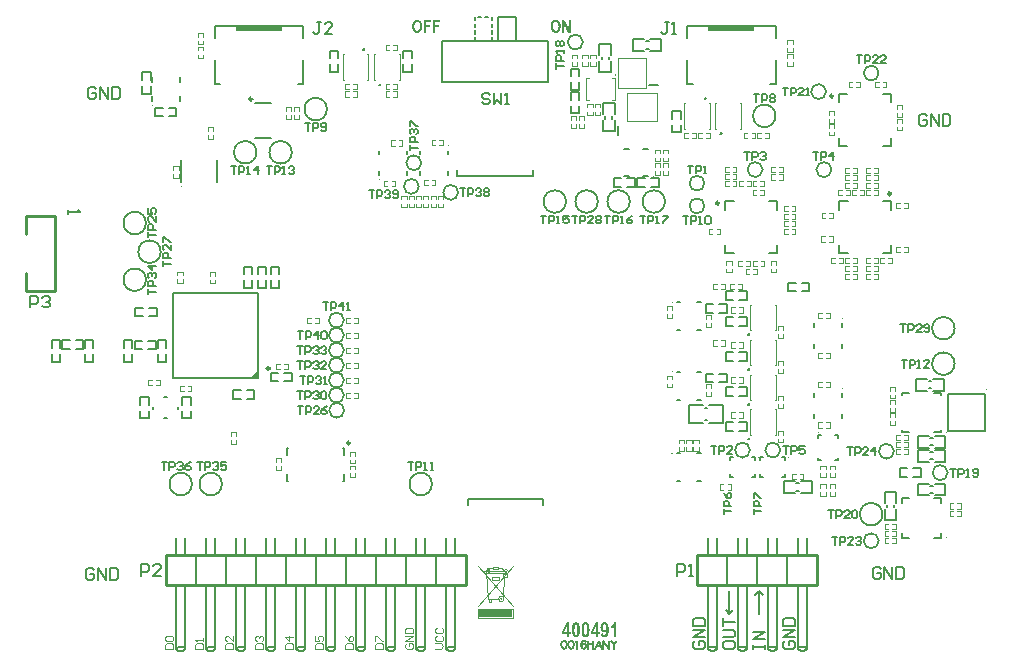
<source format=gto>
G04*
G04 #@! TF.GenerationSoftware,Altium Limited,Altium Designer,20.1.14 (287)*
G04*
G04 Layer_Color=65535*
%FSLAX24Y24*%
%MOIN*%
G70*
G04*
G04 #@! TF.SameCoordinates,36825D0D-408E-4E44-9134-4F5201A7400A*
G04*
G04*
G04 #@! TF.FilePolarity,Positive*
G04*
G01*
G75*
%ADD10C,0.0059*%
%ADD11C,0.0039*%
%ADD12C,0.0098*%
%ADD13C,0.0049*%
%ADD14C,0.0100*%
%ADD15C,0.0079*%
%ADD16C,0.0060*%
%ADD17C,0.0083*%
%ADD18C,0.0060*%
%ADD19C,0.0044*%
%ADD20C,0.0050*%
%ADD21R,0.1575X0.0197*%
%ADD22R,0.1150X0.0289*%
G36*
X8717Y9252D02*
X8913Y9449D01*
Y9252D01*
X8717Y9252D01*
D02*
G37*
G36*
X19360Y20738D02*
X19290D01*
X19151Y21011D01*
Y20738D01*
X19087D01*
Y21157D01*
X19154D01*
X19295Y20877D01*
Y21157D01*
X19360D01*
Y20738D01*
D02*
G37*
G36*
X18872Y21164D02*
X18877D01*
X18883Y21162D01*
X18891Y21161D01*
X18898Y21160D01*
X18907Y21157D01*
X18917Y21154D01*
X18927Y21150D01*
X18937Y21146D01*
X18947Y21140D01*
X18956Y21134D01*
X18967Y21126D01*
X18976Y21118D01*
X18985Y21108D01*
X18986Y21107D01*
X18987Y21105D01*
X18990Y21102D01*
X18992Y21097D01*
X18996Y21092D01*
X19000Y21085D01*
X19004Y21076D01*
X19009Y21067D01*
X19013Y21056D01*
X19017Y21044D01*
X19021Y21031D01*
X19025Y21017D01*
X19027Y21001D01*
X19030Y20985D01*
X19031Y20967D01*
X19032Y20948D01*
Y20946D01*
Y20943D01*
Y20938D01*
X19031Y20931D01*
X19030Y20922D01*
X19029Y20911D01*
X19027Y20900D01*
X19025Y20888D01*
X19023Y20875D01*
X19020Y20861D01*
X19016Y20848D01*
X19011Y20834D01*
X19005Y20820D01*
X18998Y20808D01*
X18991Y20795D01*
X18982Y20783D01*
X18981Y20783D01*
X18980Y20782D01*
X18977Y20778D01*
X18974Y20775D01*
X18970Y20771D01*
X18965Y20767D01*
X18958Y20762D01*
X18951Y20757D01*
X18943Y20752D01*
X18935Y20748D01*
X18925Y20743D01*
X18914Y20739D01*
X18903Y20736D01*
X18891Y20734D01*
X18878Y20732D01*
X18865Y20731D01*
X18862D01*
X18858Y20732D01*
X18853D01*
X18846Y20733D01*
X18839Y20734D01*
X18831Y20736D01*
X18822Y20738D01*
X18813Y20740D01*
X18804Y20744D01*
X18793Y20748D01*
X18784Y20753D01*
X18774Y20759D01*
X18765Y20766D01*
X18756Y20774D01*
X18748Y20783D01*
X18747Y20783D01*
X18746Y20785D01*
X18743Y20789D01*
X18740Y20794D01*
X18736Y20800D01*
X18732Y20807D01*
X18728Y20815D01*
X18723Y20825D01*
X18718Y20836D01*
X18714Y20848D01*
X18710Y20862D01*
X18706Y20876D01*
X18703Y20892D01*
X18700Y20908D01*
X18699Y20926D01*
X18698Y20945D01*
Y20945D01*
Y20948D01*
Y20952D01*
X18699Y20957D01*
Y20964D01*
X18700Y20971D01*
X18700Y20979D01*
X18701Y20989D01*
X18704Y21008D01*
X18707Y21029D01*
X18713Y21049D01*
X18720Y21068D01*
Y21069D01*
X18721Y21070D01*
X18723Y21073D01*
X18724Y21076D01*
X18726Y21080D01*
X18729Y21085D01*
X18736Y21096D01*
X18744Y21107D01*
X18754Y21119D01*
X18765Y21131D01*
X18778Y21140D01*
X18779D01*
X18780Y21141D01*
X18782Y21143D01*
X18784Y21144D01*
X18788Y21146D01*
X18792Y21148D01*
X18797Y21150D01*
X18802Y21152D01*
X18815Y21157D01*
X18830Y21161D01*
X18846Y21163D01*
X18865Y21164D01*
X18868D01*
X18872Y21164D01*
D02*
G37*
G36*
X20499Y1090D02*
X20505Y1089D01*
X20511Y1087D01*
X20525Y1083D01*
X20533Y1080D01*
X20541Y1076D01*
X20550Y1071D01*
X20559Y1066D01*
X20567Y1059D01*
X20575Y1051D01*
X20584Y1042D01*
X20591Y1032D01*
X20592Y1031D01*
X20593Y1029D01*
X20595Y1026D01*
X20597Y1020D01*
X20601Y1014D01*
X20604Y1006D01*
X20608Y997D01*
X20612Y985D01*
X20615Y973D01*
X20619Y959D01*
X20623Y943D01*
X20626Y925D01*
X20628Y906D01*
X20630Y885D01*
X20631Y862D01*
X20632Y838D01*
Y836D01*
Y832D01*
Y825D01*
X20631Y816D01*
X20630Y804D01*
X20629Y791D01*
X20628Y777D01*
X20626Y762D01*
X20621Y729D01*
X20613Y696D01*
X20609Y680D01*
X20604Y666D01*
X20597Y652D01*
X20589Y640D01*
X20588Y639D01*
X20587Y638D01*
X20585Y634D01*
X20581Y631D01*
X20578Y626D01*
X20572Y621D01*
X20566Y615D01*
X20560Y610D01*
X20553Y604D01*
X20544Y599D01*
X20526Y589D01*
X20515Y585D01*
X20504Y582D01*
X20492Y580D01*
X20480Y580D01*
X20476D01*
X20473Y580D01*
X20464Y581D01*
X20454Y583D01*
X20441Y587D01*
X20429Y593D01*
X20416Y600D01*
X20403Y610D01*
X20402Y612D01*
X20399Y616D01*
X20394Y623D01*
X20387Y634D01*
X20381Y647D01*
X20378Y654D01*
X20374Y663D01*
X20372Y672D01*
X20369Y682D01*
X20367Y693D01*
X20365Y704D01*
X20441Y714D01*
Y714D01*
Y712D01*
X20442Y709D01*
X20443Y706D01*
X20445Y697D01*
X20449Y687D01*
X20454Y676D01*
X20462Y667D01*
X20467Y664D01*
X20473Y661D01*
X20479Y660D01*
X20486Y659D01*
X20487D01*
X20490Y660D01*
X20495Y660D01*
X20501Y663D01*
X20508Y666D01*
X20515Y670D01*
X20521Y677D01*
X20528Y686D01*
X20529Y688D01*
X20530Y689D01*
X20531Y692D01*
X20532Y695D01*
X20534Y699D01*
X20536Y704D01*
X20537Y711D01*
X20539Y717D01*
X20541Y726D01*
X20543Y735D01*
X20545Y746D01*
X20546Y757D01*
X20548Y770D01*
X20550Y784D01*
X20550Y799D01*
X20550Y798D01*
X20548Y795D01*
X20544Y791D01*
X20540Y787D01*
X20536Y781D01*
X20530Y777D01*
X20524Y771D01*
X20517Y767D01*
X20516Y766D01*
X20514Y765D01*
X20510Y764D01*
X20505Y762D01*
X20499Y760D01*
X20492Y759D01*
X20484Y758D01*
X20476Y757D01*
X20471D01*
X20468Y758D01*
X20459Y759D01*
X20448Y762D01*
X20435Y768D01*
X20429Y771D01*
X20422Y776D01*
X20414Y781D01*
X20407Y787D01*
X20400Y794D01*
X20394Y801D01*
Y802D01*
X20392Y803D01*
X20390Y806D01*
X20388Y809D01*
X20385Y814D01*
X20382Y819D01*
X20379Y825D01*
X20376Y833D01*
X20372Y841D01*
X20369Y850D01*
X20366Y860D01*
X20363Y870D01*
X20361Y882D01*
X20359Y893D01*
X20359Y906D01*
X20358Y920D01*
Y921D01*
Y924D01*
Y927D01*
X20359Y933D01*
X20359Y940D01*
X20360Y947D01*
X20361Y956D01*
X20362Y966D01*
X20367Y985D01*
X20374Y1006D01*
X20378Y1016D01*
X20383Y1026D01*
X20388Y1036D01*
X20395Y1045D01*
X20396Y1045D01*
X20397Y1047D01*
X20399Y1049D01*
X20402Y1051D01*
X20406Y1055D01*
X20410Y1059D01*
X20421Y1067D01*
X20435Y1076D01*
X20451Y1083D01*
X20460Y1086D01*
X20469Y1088D01*
X20479Y1090D01*
X20489Y1090D01*
X20495D01*
X20499Y1090D01*
D02*
G37*
G36*
X20885Y588D02*
X20806D01*
Y950D01*
X20805Y949D01*
X20804Y947D01*
X20801Y945D01*
X20798Y941D01*
X20794Y937D01*
X20789Y933D01*
X20783Y927D01*
X20777Y921D01*
X20762Y910D01*
X20744Y898D01*
X20725Y886D01*
X20704Y876D01*
Y963D01*
X20705D01*
X20706Y964D01*
X20709Y966D01*
X20716Y969D01*
X20725Y974D01*
X20735Y981D01*
X20747Y988D01*
X20759Y998D01*
X20772Y1010D01*
X20773Y1011D01*
X20773Y1012D01*
X20778Y1016D01*
X20784Y1024D01*
X20792Y1033D01*
X20800Y1045D01*
X20807Y1059D01*
X20815Y1074D01*
X20821Y1090D01*
X20885D01*
Y588D01*
D02*
G37*
G36*
X20276Y773D02*
X20327D01*
Y688D01*
X20276D01*
Y588D01*
X20199D01*
Y688D01*
X20031D01*
Y772D01*
X20209Y1090D01*
X20276D01*
Y773D01*
D02*
G37*
G36*
X19319D02*
X19370D01*
Y688D01*
X19319D01*
Y588D01*
X19243D01*
Y688D01*
X19075D01*
Y772D01*
X19253Y1090D01*
X19319D01*
Y773D01*
D02*
G37*
G36*
X19868Y1090D02*
X19874Y1089D01*
X19880Y1087D01*
X19894Y1083D01*
X19900Y1080D01*
X19909Y1077D01*
X19916Y1072D01*
X19925Y1066D01*
X19932Y1060D01*
X19941Y1052D01*
X19948Y1043D01*
X19955Y1033D01*
X19956Y1032D01*
X19957Y1030D01*
X19959Y1027D01*
X19961Y1022D01*
X19964Y1016D01*
X19967Y1007D01*
X19970Y998D01*
X19974Y987D01*
X19977Y974D01*
X19981Y959D01*
X19984Y943D01*
X19986Y925D01*
X19989Y905D01*
X19991Y884D01*
X19992Y860D01*
X19992Y835D01*
Y834D01*
Y833D01*
Y829D01*
Y821D01*
X19992Y812D01*
Y800D01*
X19990Y787D01*
X19989Y772D01*
X19988Y757D01*
X19983Y724D01*
X19976Y691D01*
X19973Y676D01*
X19967Y661D01*
X19962Y647D01*
X19955Y636D01*
X19954Y635D01*
X19954Y634D01*
X19951Y631D01*
X19948Y627D01*
X19945Y623D01*
X19941Y618D01*
X19929Y608D01*
X19916Y597D01*
X19900Y589D01*
X19891Y585D01*
X19881Y582D01*
X19870Y580D01*
X19859Y580D01*
X19857D01*
X19853Y580D01*
X19849D01*
X19844Y581D01*
X19839Y583D01*
X19825Y587D01*
X19817Y590D01*
X19809Y593D01*
X19801Y598D01*
X19793Y603D01*
X19785Y609D01*
X19777Y617D01*
X19770Y625D01*
X19763Y635D01*
X19762Y636D01*
X19761Y638D01*
X19760Y641D01*
X19757Y647D01*
X19754Y653D01*
X19751Y660D01*
X19748Y670D01*
X19744Y682D01*
X19741Y695D01*
X19738Y709D01*
X19734Y725D01*
X19732Y743D01*
X19729Y764D01*
X19728Y785D01*
X19727Y809D01*
X19726Y835D01*
Y836D01*
Y837D01*
Y841D01*
Y849D01*
X19727Y858D01*
Y870D01*
X19728Y883D01*
X19729Y898D01*
X19731Y913D01*
X19735Y946D01*
X19741Y978D01*
X19746Y994D01*
X19750Y1008D01*
X19757Y1022D01*
X19763Y1033D01*
X19763Y1034D01*
X19764Y1036D01*
X19766Y1039D01*
X19770Y1042D01*
X19773Y1046D01*
X19777Y1051D01*
X19789Y1062D01*
X19802Y1072D01*
X19818Y1081D01*
X19827Y1085D01*
X19837Y1088D01*
X19848Y1090D01*
X19859Y1090D01*
X19865D01*
X19868Y1090D01*
D02*
G37*
G36*
X19550D02*
X19555Y1089D01*
X19561Y1087D01*
X19575Y1083D01*
X19582Y1080D01*
X19590Y1077D01*
X19598Y1072D01*
X19606Y1066D01*
X19613Y1060D01*
X19622Y1052D01*
X19629Y1043D01*
X19636Y1033D01*
X19637Y1032D01*
X19638Y1030D01*
X19640Y1027D01*
X19642Y1022D01*
X19645Y1016D01*
X19648Y1007D01*
X19652Y998D01*
X19655Y987D01*
X19658Y974D01*
X19662Y959D01*
X19665Y943D01*
X19668Y925D01*
X19671Y905D01*
X19672Y884D01*
X19673Y860D01*
X19674Y835D01*
Y834D01*
Y833D01*
Y829D01*
Y821D01*
X19673Y812D01*
Y800D01*
X19671Y787D01*
X19671Y772D01*
X19669Y757D01*
X19664Y724D01*
X19658Y691D01*
X19654Y676D01*
X19648Y661D01*
X19643Y647D01*
X19636Y636D01*
X19636Y635D01*
X19635Y634D01*
X19633Y631D01*
X19629Y627D01*
X19626Y623D01*
X19622Y618D01*
X19610Y608D01*
X19597Y597D01*
X19581Y589D01*
X19572Y585D01*
X19562Y582D01*
X19551Y580D01*
X19540Y580D01*
X19538D01*
X19534Y580D01*
X19531D01*
X19525Y581D01*
X19520Y583D01*
X19506Y587D01*
X19499Y590D01*
X19490Y593D01*
X19483Y598D01*
X19474Y603D01*
X19467Y609D01*
X19458Y617D01*
X19451Y625D01*
X19444Y635D01*
X19443Y636D01*
X19442Y638D01*
X19441Y641D01*
X19438Y647D01*
X19435Y653D01*
X19432Y660D01*
X19429Y670D01*
X19426Y682D01*
X19422Y695D01*
X19419Y709D01*
X19416Y725D01*
X19413Y743D01*
X19410Y764D01*
X19409Y785D01*
X19408Y809D01*
X19407Y835D01*
Y836D01*
Y837D01*
Y841D01*
Y849D01*
X19408Y858D01*
Y870D01*
X19410Y883D01*
X19410Y898D01*
X19412Y913D01*
X19416Y946D01*
X19422Y978D01*
X19427Y994D01*
X19432Y1008D01*
X19438Y1022D01*
X19444Y1033D01*
X19445Y1034D01*
X19445Y1036D01*
X19448Y1039D01*
X19451Y1042D01*
X19454Y1046D01*
X19458Y1051D01*
X19470Y1062D01*
X19483Y1072D01*
X19499Y1081D01*
X19508Y1085D01*
X19518Y1088D01*
X19529Y1090D01*
X19540Y1090D01*
X19546D01*
X19550Y1090D01*
D02*
G37*
G36*
X14998Y21087D02*
X14832D01*
Y20987D01*
X14976D01*
Y20917D01*
X14832D01*
Y20738D01*
X14762D01*
Y21157D01*
X14998D01*
Y21087D01*
D02*
G37*
G36*
X14705D02*
X14539D01*
Y20987D01*
X14683D01*
Y20917D01*
X14539D01*
Y20738D01*
X14469D01*
Y21157D01*
X14705D01*
Y21087D01*
D02*
G37*
G36*
X14255Y21164D02*
X14260D01*
X14266Y21162D01*
X14274Y21161D01*
X14282Y21160D01*
X14290Y21157D01*
X14300Y21154D01*
X14310Y21150D01*
X14320Y21146D01*
X14330Y21140D01*
X14339Y21134D01*
X14350Y21126D01*
X14359Y21118D01*
X14368Y21108D01*
X14369Y21107D01*
X14370Y21105D01*
X14373Y21102D01*
X14375Y21097D01*
X14379Y21092D01*
X14383Y21085D01*
X14387Y21076D01*
X14392Y21067D01*
X14396Y21056D01*
X14400Y21044D01*
X14404Y21031D01*
X14408Y21017D01*
X14410Y21001D01*
X14413Y20985D01*
X14414Y20967D01*
X14415Y20948D01*
Y20946D01*
Y20943D01*
Y20938D01*
X14414Y20931D01*
X14413Y20922D01*
X14412Y20911D01*
X14410Y20900D01*
X14408Y20888D01*
X14406Y20875D01*
X14403Y20861D01*
X14399Y20848D01*
X14394Y20834D01*
X14388Y20820D01*
X14382Y20808D01*
X14374Y20795D01*
X14365Y20783D01*
X14364Y20783D01*
X14363Y20782D01*
X14361Y20778D01*
X14357Y20775D01*
X14353Y20771D01*
X14348Y20767D01*
X14341Y20762D01*
X14334Y20757D01*
X14326Y20752D01*
X14318Y20748D01*
X14308Y20743D01*
X14297Y20739D01*
X14286Y20736D01*
X14275Y20734D01*
X14261Y20732D01*
X14248Y20731D01*
X14245D01*
X14241Y20732D01*
X14236D01*
X14229Y20733D01*
X14222Y20734D01*
X14214Y20736D01*
X14205Y20738D01*
X14196Y20740D01*
X14187Y20744D01*
X14176Y20748D01*
X14167Y20753D01*
X14157Y20759D01*
X14148Y20766D01*
X14139Y20774D01*
X14131Y20783D01*
X14130Y20783D01*
X14129Y20785D01*
X14126Y20789D01*
X14123Y20794D01*
X14119Y20800D01*
X14115Y20807D01*
X14111Y20815D01*
X14106Y20825D01*
X14101Y20836D01*
X14097Y20848D01*
X14093Y20862D01*
X14089Y20876D01*
X14086Y20892D01*
X14083Y20908D01*
X14082Y20926D01*
X14082Y20945D01*
Y20945D01*
Y20948D01*
Y20952D01*
X14082Y20957D01*
Y20964D01*
X14083Y20971D01*
X14083Y20979D01*
X14084Y20989D01*
X14087Y21008D01*
X14090Y21029D01*
X14096Y21049D01*
X14103Y21068D01*
Y21069D01*
X14104Y21070D01*
X14106Y21073D01*
X14107Y21076D01*
X14110Y21080D01*
X14112Y21085D01*
X14119Y21096D01*
X14127Y21107D01*
X14137Y21119D01*
X14148Y21131D01*
X14161Y21140D01*
X14162D01*
X14163Y21141D01*
X14165Y21143D01*
X14167Y21144D01*
X14171Y21146D01*
X14175Y21148D01*
X14180Y21150D01*
X14185Y21152D01*
X14198Y21157D01*
X14213Y21161D01*
X14229Y21163D01*
X14248Y21164D01*
X14251D01*
X14255Y21164D01*
D02*
G37*
%LPC*%
G36*
X18865Y21092D02*
X18862D01*
X18858Y21091D01*
X18855Y21090D01*
X18851Y21090D01*
X18841Y21087D01*
X18830Y21083D01*
X18819Y21076D01*
X18813Y21073D01*
X18807Y21068D01*
X18802Y21062D01*
X18797Y21056D01*
Y21055D01*
X18795Y21054D01*
X18794Y21052D01*
X18793Y21050D01*
X18791Y21046D01*
X18788Y21041D01*
X18786Y21036D01*
X18784Y21029D01*
X18781Y21022D01*
X18779Y21014D01*
X18777Y21005D01*
X18774Y20996D01*
X18773Y20985D01*
X18772Y20973D01*
X18770Y20961D01*
Y20948D01*
Y20947D01*
Y20945D01*
Y20941D01*
X18771Y20936D01*
Y20930D01*
X18772Y20923D01*
X18773Y20915D01*
X18774Y20907D01*
X18777Y20890D01*
X18782Y20872D01*
X18788Y20855D01*
X18793Y20846D01*
X18797Y20839D01*
X18798Y20839D01*
X18798Y20838D01*
X18802Y20834D01*
X18808Y20828D01*
X18816Y20822D01*
X18826Y20815D01*
X18837Y20810D01*
X18851Y20805D01*
X18858Y20804D01*
X18865Y20804D01*
X18869D01*
X18872Y20804D01*
X18879Y20806D01*
X18889Y20808D01*
X18900Y20813D01*
X18911Y20819D01*
X18917Y20823D01*
X18922Y20828D01*
X18928Y20833D01*
X18933Y20839D01*
X18934Y20840D01*
X18934Y20841D01*
X18935Y20843D01*
X18937Y20846D01*
X18939Y20850D01*
X18941Y20855D01*
X18944Y20860D01*
X18946Y20867D01*
X18949Y20874D01*
X18951Y20882D01*
X18953Y20891D01*
X18955Y20901D01*
X18957Y20911D01*
X18958Y20923D01*
X18960Y20936D01*
Y20949D01*
Y20950D01*
Y20952D01*
Y20956D01*
X18959Y20961D01*
Y20967D01*
X18958Y20974D01*
X18958Y20982D01*
X18956Y20990D01*
X18953Y21007D01*
X18949Y21025D01*
X18942Y21042D01*
X18938Y21050D01*
X18934Y21057D01*
Y21057D01*
X18932Y21058D01*
X18929Y21062D01*
X18923Y21068D01*
X18915Y21075D01*
X18905Y21081D01*
X18894Y21086D01*
X18881Y21090D01*
X18873Y21091D01*
X18865Y21092D01*
D02*
G37*
G36*
X20485Y1010D02*
X20481D01*
X20477Y1010D01*
X20473Y1008D01*
X20467Y1005D01*
X20460Y1001D01*
X20455Y996D01*
X20449Y989D01*
X20448Y988D01*
X20447Y985D01*
X20445Y980D01*
X20442Y973D01*
X20439Y963D01*
X20437Y951D01*
X20435Y937D01*
X20435Y920D01*
Y919D01*
Y918D01*
Y915D01*
Y912D01*
X20435Y904D01*
X20437Y893D01*
X20438Y882D01*
X20441Y870D01*
X20445Y859D01*
X20450Y849D01*
X20451Y848D01*
X20453Y846D01*
X20456Y842D01*
X20460Y838D01*
X20467Y834D01*
X20473Y831D01*
X20481Y828D01*
X20489Y827D01*
X20493D01*
X20497Y829D01*
X20502Y830D01*
X20508Y832D01*
X20515Y836D01*
X20521Y841D01*
X20527Y848D01*
X20528Y849D01*
X20530Y852D01*
X20533Y857D01*
X20536Y864D01*
X20538Y873D01*
X20541Y884D01*
X20543Y897D01*
X20543Y912D01*
Y913D01*
Y915D01*
Y917D01*
Y920D01*
X20543Y928D01*
X20541Y939D01*
X20539Y950D01*
X20536Y962D01*
X20531Y974D01*
X20525Y985D01*
X20524Y985D01*
X20522Y988D01*
X20518Y993D01*
X20514Y997D01*
X20508Y1002D01*
X20501Y1007D01*
X20493Y1010D01*
X20485Y1010D01*
D02*
G37*
G36*
X20199Y943D02*
X20105Y773D01*
X20199D01*
Y943D01*
D02*
G37*
G36*
X19243D02*
X19149Y773D01*
X19243D01*
Y943D01*
D02*
G37*
G36*
X19859Y1010D02*
X19859D01*
X19855Y1010D01*
X19851Y1009D01*
X19846Y1007D01*
X19840Y1003D01*
X19833Y997D01*
X19827Y990D01*
X19822Y979D01*
X19821Y978D01*
X19820Y975D01*
X19820Y972D01*
X19819Y969D01*
X19818Y963D01*
X19817Y957D01*
X19816Y950D01*
X19814Y941D01*
X19813Y930D01*
X19812Y919D01*
X19811Y905D01*
X19811Y890D01*
X19810Y873D01*
X19809Y855D01*
Y835D01*
Y833D01*
Y830D01*
Y824D01*
Y816D01*
X19810Y807D01*
Y797D01*
Y786D01*
X19811Y774D01*
X19812Y749D01*
X19814Y737D01*
X19814Y726D01*
X19816Y714D01*
X19817Y705D01*
X19820Y697D01*
X19822Y690D01*
X19823Y688D01*
X19824Y685D01*
X19827Y680D01*
X19832Y675D01*
X19837Y669D01*
X19843Y664D01*
X19851Y661D01*
X19859Y660D01*
X19860D01*
X19863Y660D01*
X19867Y661D01*
X19872Y663D01*
X19878Y667D01*
X19884Y673D01*
X19891Y680D01*
X19896Y690D01*
Y691D01*
X19897Y692D01*
X19897Y694D01*
X19898Y697D01*
X19899Y701D01*
X19900Y706D01*
X19901Y712D01*
X19903Y720D01*
X19904Y728D01*
X19905Y739D01*
X19906Y750D01*
X19907Y764D01*
X19908Y779D01*
X19909Y796D01*
X19910Y814D01*
Y835D01*
Y836D01*
Y840D01*
Y845D01*
Y853D01*
X19909Y862D01*
Y873D01*
Y883D01*
X19908Y895D01*
X19906Y920D01*
X19905Y932D01*
X19903Y943D01*
X19902Y955D01*
X19900Y964D01*
X19898Y972D01*
X19896Y979D01*
X19895Y981D01*
X19894Y984D01*
X19891Y989D01*
X19886Y995D01*
X19881Y1001D01*
X19875Y1006D01*
X19868Y1009D01*
X19859Y1010D01*
D02*
G37*
G36*
X19540D02*
X19540D01*
X19537Y1010D01*
X19532Y1009D01*
X19527Y1007D01*
X19521Y1003D01*
X19515Y997D01*
X19508Y990D01*
X19503Y979D01*
X19502Y978D01*
X19502Y975D01*
X19501Y972D01*
X19500Y969D01*
X19499Y963D01*
X19498Y957D01*
X19497Y950D01*
X19496Y941D01*
X19494Y930D01*
X19493Y919D01*
X19492Y905D01*
X19492Y890D01*
X19491Y873D01*
X19490Y855D01*
Y835D01*
Y833D01*
Y830D01*
Y824D01*
Y816D01*
X19491Y807D01*
Y797D01*
Y786D01*
X19492Y774D01*
X19493Y749D01*
X19495Y737D01*
X19496Y726D01*
X19497Y714D01*
X19499Y705D01*
X19501Y697D01*
X19503Y690D01*
X19504Y688D01*
X19505Y685D01*
X19508Y680D01*
X19513Y675D01*
X19518Y669D01*
X19524Y664D01*
X19532Y661D01*
X19540Y660D01*
X19541D01*
X19544Y660D01*
X19548Y661D01*
X19553Y663D01*
X19559Y667D01*
X19566Y673D01*
X19572Y680D01*
X19577Y690D01*
Y691D01*
X19578Y692D01*
X19578Y694D01*
X19579Y697D01*
X19580Y701D01*
X19582Y706D01*
X19582Y712D01*
X19584Y720D01*
X19585Y728D01*
X19586Y739D01*
X19588Y750D01*
X19588Y764D01*
X19589Y779D01*
X19590Y796D01*
X19591Y814D01*
Y835D01*
Y836D01*
Y840D01*
Y845D01*
Y853D01*
X19590Y862D01*
Y873D01*
Y883D01*
X19589Y895D01*
X19588Y920D01*
X19586Y932D01*
X19585Y943D01*
X19583Y955D01*
X19582Y964D01*
X19579Y972D01*
X19577Y979D01*
X19576Y981D01*
X19575Y984D01*
X19572Y989D01*
X19567Y995D01*
X19562Y1001D01*
X19556Y1006D01*
X19549Y1009D01*
X19540Y1010D01*
D02*
G37*
G36*
X14248Y21092D02*
X14245D01*
X14241Y21091D01*
X14238Y21090D01*
X14234Y21090D01*
X14224Y21087D01*
X14213Y21083D01*
X14202Y21076D01*
X14196Y21073D01*
X14190Y21068D01*
X14185Y21062D01*
X14180Y21056D01*
Y21055D01*
X14178Y21054D01*
X14177Y21052D01*
X14176Y21050D01*
X14174Y21046D01*
X14171Y21041D01*
X14169Y21036D01*
X14167Y21029D01*
X14164Y21022D01*
X14162Y21014D01*
X14160Y21005D01*
X14157Y20996D01*
X14156Y20985D01*
X14155Y20973D01*
X14153Y20961D01*
Y20948D01*
Y20947D01*
Y20945D01*
Y20941D01*
X14154Y20936D01*
Y20930D01*
X14155Y20923D01*
X14156Y20915D01*
X14157Y20907D01*
X14160Y20890D01*
X14165Y20872D01*
X14171Y20855D01*
X14176Y20846D01*
X14180Y20839D01*
X14181Y20839D01*
X14182Y20838D01*
X14185Y20834D01*
X14191Y20828D01*
X14199Y20822D01*
X14209Y20815D01*
X14220Y20810D01*
X14234Y20805D01*
X14241Y20804D01*
X14248Y20804D01*
X14252D01*
X14255Y20804D01*
X14262Y20806D01*
X14272Y20808D01*
X14283Y20813D01*
X14294Y20819D01*
X14300Y20823D01*
X14305Y20828D01*
X14311Y20833D01*
X14316Y20839D01*
X14317Y20840D01*
X14317Y20841D01*
X14318Y20843D01*
X14320Y20846D01*
X14322Y20850D01*
X14324Y20855D01*
X14327Y20861D01*
X14329Y20867D01*
X14332Y20874D01*
X14334Y20882D01*
X14336Y20891D01*
X14338Y20901D01*
X14340Y20911D01*
X14341Y20923D01*
X14343Y20936D01*
Y20949D01*
Y20950D01*
Y20952D01*
Y20956D01*
X14342Y20961D01*
Y20967D01*
X14341Y20974D01*
X14341Y20982D01*
X14339Y20990D01*
X14336Y21007D01*
X14332Y21025D01*
X14325Y21042D01*
X14321Y21050D01*
X14317Y21057D01*
Y21057D01*
X14315Y21058D01*
X14312Y21062D01*
X14306Y21068D01*
X14298Y21075D01*
X14289Y21081D01*
X14277Y21086D01*
X14264Y21090D01*
X14256Y21091D01*
X14248Y21092D01*
D02*
G37*
%LPD*%
D10*
X27878Y18771D02*
G03*
X27878Y18771I-250J0D01*
G01*
X15614Y15413D02*
G03*
X15614Y15413I-250J0D01*
G01*
X14303Y15612D02*
G03*
X14303Y15612I-250J0D01*
G01*
X14384Y16398D02*
G03*
X14384Y16398I-250J0D01*
G01*
X11805Y11154D02*
G03*
X11805Y11154I-250J0D01*
G01*
Y10654D02*
G03*
X11805Y10654I-250J0D01*
G01*
X32161Y10883D02*
G03*
X32161Y10883I-374J0D01*
G01*
Y9702D02*
G03*
X32161Y9702I-374J0D01*
G01*
X19768Y20423D02*
G03*
X19768Y20423I-250J0D01*
G01*
X25339Y6823D02*
G03*
X25339Y6823I-250J0D01*
G01*
X26352D02*
G03*
X26352Y6823I-250J0D01*
G01*
X29630Y3799D02*
G03*
X29630Y3799I-250J0D01*
G01*
X29754Y4685D02*
G03*
X29754Y4685I-374J0D01*
G01*
X30138Y6783D02*
G03*
X30138Y6783I-250J0D01*
G01*
X31929Y6070D02*
G03*
X31929Y6070I-250J0D01*
G01*
X26191Y17963D02*
G03*
X26191Y17963I-374J0D01*
G01*
X29630Y19390D02*
G03*
X29630Y19390I-250J0D01*
G01*
X28055Y16171D02*
G03*
X28055Y16171I-250J0D01*
G01*
X25760Y16174D02*
G03*
X25760Y16174I-250J0D01*
G01*
X23823Y15721D02*
G03*
X23823Y15721I-250J0D01*
G01*
X19208Y15108D02*
G03*
X19208Y15108I-374J0D01*
G01*
X20271D02*
G03*
X20271Y15108I-374J0D01*
G01*
X21334D02*
G03*
X21334Y15108I-374J0D01*
G01*
X22510D02*
G03*
X22510Y15108I-374J0D01*
G01*
X23823Y14961D02*
G03*
X23823Y14961I-250J0D01*
G01*
X11239Y18188D02*
G03*
X11239Y18188I-374J0D01*
G01*
X8888Y16748D02*
G03*
X8888Y16748I-374J0D01*
G01*
X10069D02*
G03*
X10069Y16748I-374J0D01*
G01*
X5207Y12500D02*
G03*
X5207Y12500I-374J0D01*
G01*
Y14390D02*
G03*
X5207Y14390I-374J0D01*
G01*
X5699Y13435D02*
G03*
X5699Y13435I-374J0D01*
G01*
X6740Y5689D02*
G03*
X6740Y5689I-374J0D01*
G01*
X7740D02*
G03*
X7740Y5689I-374J0D01*
G01*
X14740D02*
G03*
X14740Y5689I-374J0D01*
G01*
X11815Y8150D02*
G03*
X11815Y8150I-250J0D01*
G01*
X11805Y8654D02*
G03*
X11805Y8654I-250J0D01*
G01*
Y9154D02*
G03*
X11805Y9154I-250J0D01*
G01*
Y9654D02*
G03*
X11805Y9654I-250J0D01*
G01*
Y10154D02*
G03*
X11805Y10154I-250J0D01*
G01*
X20866Y19331D02*
G03*
X20866Y19331I-20J0D01*
G01*
X6466Y257D02*
X6516Y207D01*
X6216D02*
X6266Y257D01*
X7266D02*
X7466D01*
X7216Y207D02*
X7287Y118D01*
X7445D02*
X7516Y207D01*
X7216Y207D02*
X7266Y257D01*
X7466D02*
X7516Y207D01*
X7287Y118D02*
X7445D01*
X7516Y207D02*
X7516Y2317D01*
X7216Y3317D02*
Y3878D01*
X7516Y3317D02*
Y3878D01*
X6516Y3317D02*
Y3878D01*
X6216Y3317D02*
Y3878D01*
X7216Y207D02*
X7216Y2317D01*
X6445Y118D02*
X6516Y207D01*
X6216D02*
X6287Y118D01*
X6445D01*
X6516Y207D02*
Y2317D01*
X6216Y207D02*
Y2317D01*
X6866D02*
Y3317D01*
X6266Y257D02*
X6466D01*
X8216Y207D02*
X8266Y257D01*
X8466D01*
X8516Y207D01*
X8436Y128D02*
X8516Y207D01*
X8216D02*
X8296Y128D01*
X8436D01*
X8516Y207D02*
X8516Y2317D01*
X8216Y207D02*
X8216Y2317D01*
X8516Y3317D02*
Y3878D01*
X8216Y3317D02*
Y3878D01*
X9216Y207D02*
X9266Y257D01*
X9466D01*
X9516Y207D01*
X9426Y118D02*
X9516Y207D01*
X9216D02*
X9306Y118D01*
X9426D01*
X9516Y207D02*
X9516Y2317D01*
X9216Y207D02*
X9216Y2317D01*
X9516Y3317D02*
Y3878D01*
X9216Y3317D02*
Y3878D01*
X10216Y207D02*
X10266Y257D01*
X10466D01*
X10516Y207D01*
X10426Y118D02*
X10516Y207D01*
X10216D02*
X10306Y118D01*
X10426D01*
X10516Y207D02*
X10516Y2317D01*
X10216Y207D02*
X10216Y2317D01*
X10516Y3317D02*
Y3878D01*
X10216Y3317D02*
Y3878D01*
X9866Y2317D02*
Y3317D01*
X8866Y2317D02*
Y3317D01*
X7866Y2317D02*
Y3317D01*
X12866Y2317D02*
Y3317D01*
X13866Y2317D02*
Y3317D01*
X14866Y2317D02*
Y3317D01*
X15216D02*
Y3878D01*
X15516Y3317D02*
Y3878D01*
X15216Y207D02*
X15216Y2317D01*
X15516Y207D02*
X15516Y2317D01*
X15306Y118D02*
X15426D01*
X15216Y207D02*
X15306Y118D01*
X15426D02*
X15516Y207D01*
X15466Y257D02*
X15516Y207D01*
X15266Y257D02*
X15466D01*
X15216Y207D02*
X15266Y257D01*
X14216Y3317D02*
Y3878D01*
X14516Y3317D02*
Y3878D01*
X14216Y207D02*
X14216Y2317D01*
X14516Y207D02*
X14516Y2317D01*
X14296Y128D02*
X14436D01*
X14216Y207D02*
X14296Y128D01*
X14436D02*
X14516Y207D01*
X14466Y257D02*
X14516Y207D01*
X14266Y257D02*
X14466D01*
X14216Y207D02*
X14266Y257D01*
X13216Y3317D02*
Y3878D01*
X13516Y3317D02*
Y3878D01*
X13216Y207D02*
X13216Y2317D01*
X13516Y207D02*
X13516Y2317D01*
X13306Y118D02*
X13426D01*
X13216Y207D02*
X13306Y118D01*
X13426D02*
X13516Y207D01*
X13466Y257D02*
X13516Y207D01*
X13266Y257D02*
X13466D01*
X13216Y207D02*
X13266Y257D01*
X11466D02*
X11516Y207D01*
X11266Y257D02*
X11466D01*
X11216Y207D02*
X11266Y257D01*
X12216Y207D02*
X12266Y257D01*
X12466D01*
X12516Y207D01*
X11866Y2317D02*
Y3317D01*
X11216Y207D02*
Y2317D01*
X11516Y207D02*
Y2317D01*
X11306Y118D02*
X11426D01*
X11216Y207D02*
X11306Y118D01*
X11426D02*
X11516Y207D01*
X12426Y118D02*
X12516Y207D01*
X12216D02*
X12306Y118D01*
X12426D01*
X12516Y207D02*
X12516Y2317D01*
X12216Y207D02*
X12216Y2317D01*
X11216Y3317D02*
Y3878D01*
X11516Y3317D02*
Y3878D01*
X12516Y3317D02*
Y3878D01*
X12216Y3317D02*
Y3878D01*
X10866Y2317D02*
Y3317D01*
X25591Y2317D02*
Y3317D01*
X26591Y2317D02*
Y3317D01*
X26941D02*
Y3878D01*
X27241Y3317D02*
Y3878D01*
X26941Y207D02*
X26941Y2317D01*
X27241Y207D02*
X27241Y2317D01*
X27031Y118D02*
X27151D01*
X26941Y207D02*
X27031Y118D01*
X27151D02*
X27241Y207D01*
X27191Y257D02*
X27241Y207D01*
X26991Y257D02*
X27191D01*
X26941Y207D02*
X26991Y257D01*
X25941Y3317D02*
Y3878D01*
X26241Y3317D02*
Y3878D01*
X25941Y207D02*
X25941Y2317D01*
X26241Y207D02*
X26241Y2317D01*
X26031Y118D02*
X26151D01*
X25941Y207D02*
X26031Y118D01*
X26151D02*
X26241Y207D01*
X26191Y257D02*
X26241Y207D01*
X25991Y257D02*
X26191D01*
X25941Y207D02*
X25991Y257D01*
X24191D02*
X24241Y207D01*
X23991Y257D02*
X24191D01*
X23941Y207D02*
X23991Y257D01*
X24941Y207D02*
X24991Y257D01*
X25191D01*
X25241Y207D01*
X24591Y2317D02*
Y3317D01*
X23941Y207D02*
Y2317D01*
X24241Y207D02*
Y2317D01*
X24031Y118D02*
X24151D01*
X23941Y207D02*
X24031Y118D01*
X24151D02*
X24241Y207D01*
X25151Y118D02*
X25241Y207D01*
X24941D02*
X25031Y118D01*
X25151D01*
X25241Y207D02*
X25241Y2317D01*
X24941Y207D02*
X24941Y2317D01*
X23941Y3317D02*
Y3878D01*
X24241Y3317D02*
Y3878D01*
X25241Y3317D02*
Y3878D01*
X24941Y3317D02*
Y3878D01*
X20925Y17339D02*
Y17622D01*
X21984Y19006D02*
X22268D01*
X31718Y3905D02*
Y4072D01*
Y5057D02*
Y5224D01*
X30400Y3905D02*
Y4072D01*
Y5057D02*
Y5224D01*
X31461Y3905D02*
X31718D01*
X30400D02*
X30657D01*
X31461Y5224D02*
X31718D01*
X30400D02*
X30657D01*
X21775Y15948D02*
X21956D01*
X21129D02*
X21310D01*
X21775Y16874D02*
X21956D01*
X21129D02*
X21310D01*
X5404Y18445D02*
Y18626D01*
Y19091D02*
Y19272D01*
X6329Y18445D02*
Y18626D01*
Y19091D02*
Y19272D01*
X24656Y1358D02*
Y2126D01*
Y1358D02*
X24783Y1486D01*
X24528D02*
X24656Y1358D01*
X25650Y2126D02*
X25778Y1998D01*
X25522D02*
X25650Y2126D01*
Y1358D02*
Y2126D01*
X31718Y7409D02*
Y7478D01*
Y8659D02*
Y8728D01*
X30400Y7409D02*
Y7478D01*
Y8659D02*
Y8728D01*
X31461Y7409D02*
X31718D01*
X30400D02*
X30657D01*
X31461Y8728D02*
X31718D01*
X30400D02*
X30657D01*
X29774Y15111D02*
X30049D01*
Y14835D02*
Y15111D01*
Y13378D02*
Y13654D01*
X29774Y13378D02*
X30049D01*
X28317D02*
X28593D01*
X28317D02*
Y13654D01*
Y15111D02*
X28593D01*
X28317Y14835D02*
Y15111D01*
X24516Y14835D02*
Y15111D01*
X24792D01*
X25973D02*
X26249D01*
Y14835D02*
Y15111D01*
Y13378D02*
Y13654D01*
X25973Y13378D02*
X26249D01*
X24516D02*
Y13654D01*
Y13378D02*
X24792D01*
X31955Y7461D02*
Y8681D01*
X33175Y7461D02*
Y8681D01*
X31955Y7461D02*
X33175D01*
X31955Y8681D02*
X33175D01*
X28171Y7311D02*
X28260D01*
X28260Y7222D02*
Y7311D01*
Y6484D02*
Y6572D01*
X28171Y6484D02*
X28260D01*
X27610D02*
X27699D01*
X27610Y6484D02*
Y6572D01*
Y7222D02*
Y7311D01*
X27610Y7311D02*
X27699D01*
X25502Y5928D02*
Y6016D01*
X25414Y5928D02*
X25502D01*
X24676D02*
X24764D01*
X24676Y5928D02*
Y6016D01*
Y6489D02*
Y6577D01*
X24676Y6577D02*
X24764D01*
X25414D02*
X25502D01*
X25502Y6489D02*
Y6577D01*
X26502Y5928D02*
Y6016D01*
X26414Y5928D02*
X26502D01*
X25676D02*
X25764D01*
X25676Y5928D02*
Y6016D01*
Y6489D02*
Y6577D01*
X25676Y6577D02*
X25764D01*
X26414D02*
X26502D01*
X26502Y6489D02*
Y6577D01*
X3480Y2833D02*
X3415Y2898D01*
X3284D01*
X3218Y2833D01*
Y2571D01*
X3284Y2505D01*
X3415D01*
X3480Y2571D01*
Y2702D01*
X3349D01*
X3612Y2505D02*
Y2898D01*
X3874Y2505D01*
Y2898D01*
X4005D02*
Y2505D01*
X4202D01*
X4268Y2571D01*
Y2833D01*
X4202Y2898D01*
X4005D01*
X29692Y2848D02*
X29626Y2913D01*
X29495D01*
X29429Y2848D01*
Y2585D01*
X29495Y2520D01*
X29626D01*
X29692Y2585D01*
Y2716D01*
X29560D01*
X29823Y2520D02*
Y2913D01*
X30085Y2520D01*
Y2913D01*
X30216D02*
Y2520D01*
X30413D01*
X30479Y2585D01*
Y2848D01*
X30413Y2913D01*
X30216D01*
X31234Y17946D02*
X31168Y18012D01*
X31037D01*
X30971Y17946D01*
Y17684D01*
X31037Y17618D01*
X31168D01*
X31234Y17684D01*
Y17815D01*
X31103D01*
X31365Y17618D02*
Y18012D01*
X31627Y17618D01*
Y18012D01*
X31759D02*
Y17618D01*
X31955D01*
X32021Y17684D01*
Y17946D01*
X31955Y18012D01*
X31759D01*
X3540Y18852D02*
X3474Y18917D01*
X3343D01*
X3278Y18852D01*
Y18589D01*
X3343Y18524D01*
X3474D01*
X3540Y18589D01*
Y18720D01*
X3409D01*
X3671Y18524D02*
Y18917D01*
X3934Y18524D01*
Y18917D01*
X4065D02*
Y18524D01*
X4261D01*
X4327Y18589D01*
Y18852D01*
X4261Y18917D01*
X4065D01*
D11*
X6398Y15610D02*
G03*
X6398Y15610I-20J0D01*
G01*
X31886Y3905D02*
G03*
X31886Y3905I-20J0D01*
G01*
X22123Y15948D02*
G03*
X22123Y15948I-20J0D01*
G01*
X5423Y18297D02*
G03*
X5423Y18297I-20J0D01*
G01*
X22756Y6719D02*
G03*
X22756Y6719I-20J0D01*
G01*
X15291Y16965D02*
G03*
X15291Y16965I-20J0D01*
G01*
X22756Y9435D02*
G03*
X22756Y9435I-20J0D01*
G01*
X28431Y8884D02*
G03*
X28431Y8884I-20J0D01*
G01*
Y11214D02*
G03*
X28431Y11214I-20J0D01*
G01*
X22756Y11748D02*
G03*
X22756Y11748I-20J0D01*
G01*
X12996Y15831D02*
G03*
X12996Y15831I-20J0D01*
G01*
X31886Y7409D02*
G03*
X31886Y7409I-20J0D01*
G01*
X33254Y8858D02*
G03*
X33254Y8858I-20J0D01*
G01*
X27630Y7408D02*
G03*
X27630Y7408I-20J0D01*
G01*
X25619Y6577D02*
G03*
X25619Y6577I-20J0D01*
G01*
X26619D02*
G03*
X26619Y6577I-20J0D01*
G01*
D12*
X25304Y7188D02*
G03*
X25304Y7188I-20J0D01*
G01*
X28110Y18622D02*
G03*
X28110Y18622I-49J0D01*
G01*
X13002Y18996D02*
G03*
X13002Y18996I-20J0D01*
G01*
X12470Y20177D02*
G03*
X12470Y20177I-20J0D01*
G01*
X24380Y17382D02*
G03*
X24380Y17382I-20J0D01*
G01*
X9333Y9547D02*
G03*
X9333Y9547I-49J0D01*
G01*
X12008Y7057D02*
G03*
X12008Y7057I-49J0D01*
G01*
X30039Y15367D02*
G03*
X30039Y15367I-49J0D01*
G01*
X24310Y15052D02*
G03*
X24310Y15052I-49J0D01*
G01*
X23858Y18543D02*
G03*
X23858Y18543I-20J0D01*
G01*
X25304Y8349D02*
G03*
X25304Y8349I-20J0D01*
G01*
Y9514D02*
G03*
X25304Y9514I-20J0D01*
G01*
Y10678D02*
G03*
X25304Y10678I-20J0D01*
G01*
X8750Y18522D02*
G03*
X8750Y18522I-49J0D01*
G01*
D13*
X17082Y1864D02*
G03*
X17082Y1864I-30J0D01*
G01*
X16595Y2859D02*
G03*
X16594Y2858I41J-51D01*
G01*
X16596Y2860D02*
G03*
X16595Y2859I40J-52D01*
G01*
X17146Y1863D02*
G03*
X17146Y1863I-94J0D01*
G01*
X17249Y2804D02*
G03*
X17249Y2804I-52J0D01*
G01*
X19362Y17559D02*
X19535D01*
X19362Y17945D02*
X19535D01*
Y17821D02*
Y17945D01*
Y17559D02*
Y17683D01*
X19362Y17821D02*
Y17945D01*
Y17559D02*
Y17683D01*
X19821Y17821D02*
Y17945D01*
Y17559D02*
Y17683D01*
X19648Y17821D02*
Y17945D01*
Y17559D02*
Y17683D01*
Y17559D02*
X19821D01*
X19648Y17945D02*
X19821D01*
X20179Y17982D02*
Y18106D01*
Y18244D02*
Y18368D01*
X20352Y17982D02*
Y18106D01*
Y18244D02*
Y18368D01*
X20179D02*
X20352D01*
X20179Y17982D02*
X20352D01*
X20096Y18244D02*
Y18368D01*
Y17982D02*
Y18106D01*
X19923Y18244D02*
Y18368D01*
Y17982D02*
Y18106D01*
Y17982D02*
X20096D01*
X19923Y18368D02*
X20096D01*
X23413Y17217D02*
X23537D01*
X23152D02*
X23276D01*
X23413Y17390D02*
X23537D01*
X23152D02*
X23276D01*
X23152Y17217D02*
Y17390D01*
X23537Y17217D02*
Y17390D01*
X23610D02*
X23734D01*
X23872D02*
X23996D01*
X23610Y17217D02*
X23734D01*
X23872D02*
X23996D01*
Y17390D01*
X23610Y17217D02*
Y17390D01*
X25132Y17226D02*
Y17400D01*
X25518Y17226D02*
Y17400D01*
X25394Y17226D02*
X25518D01*
X25132D02*
X25256D01*
X25394Y17400D02*
X25518D01*
X25132D02*
X25256D01*
X25970Y17226D02*
Y17400D01*
X25585Y17226D02*
Y17400D01*
X25709D01*
X25846D02*
X25970D01*
X25585Y17226D02*
X25709D01*
X25846D02*
X25970D01*
X22433Y16002D02*
X22606D01*
X22433Y16388D02*
X22606D01*
Y16264D02*
Y16388D01*
Y16002D02*
Y16126D01*
X22433Y16264D02*
Y16388D01*
Y16002D02*
Y16126D01*
X22167Y16002D02*
Y16126D01*
Y16264D02*
Y16388D01*
X22341Y16002D02*
Y16126D01*
Y16264D02*
Y16388D01*
X22167D02*
X22341D01*
X22167Y16002D02*
X22341D01*
X22606Y16709D02*
Y16833D01*
Y16447D02*
Y16571D01*
X22433Y16709D02*
Y16833D01*
Y16447D02*
Y16571D01*
Y16447D02*
X22606D01*
X22433Y16833D02*
X22606D01*
X22167Y16447D02*
Y16571D01*
Y16709D02*
Y16833D01*
X22341Y16447D02*
Y16571D01*
Y16709D02*
Y16833D01*
X22167D02*
X22341D01*
X22167Y16447D02*
X22341D01*
X25426Y15634D02*
Y15808D01*
X25812Y15634D02*
Y15808D01*
X25687Y15634D02*
X25812D01*
X25426D02*
X25550D01*
X25687Y15808D02*
X25812D01*
X25426D02*
X25550D01*
X25359Y15634D02*
Y15808D01*
X24973Y15634D02*
Y15808D01*
X25097D01*
X25235D02*
X25359D01*
X24973Y15634D02*
X25097D01*
X25235D02*
X25359D01*
X26319Y16087D02*
X26443D01*
X26057D02*
X26181D01*
X26319Y16260D02*
X26443D01*
X26057D02*
X26181D01*
X26057Y16087D02*
Y16260D01*
X26443Y16087D02*
Y16260D01*
Y15836D02*
Y16009D01*
X26057Y15836D02*
Y16009D01*
X26181D01*
X26319D02*
X26443D01*
X26057Y15836D02*
X26181D01*
X26319D02*
X26443D01*
X25426Y15502D02*
X25550D01*
X25687D02*
X25812D01*
X25426Y15329D02*
X25550D01*
X25687D02*
X25812D01*
Y15502D01*
X25426Y15329D02*
Y15502D01*
X23963Y14030D02*
Y14203D01*
X24349Y14030D02*
Y14203D01*
X24225Y14030D02*
X24349D01*
X23963D02*
X24087D01*
X24225Y14203D02*
X24349D01*
X23963D02*
X24087D01*
X24502Y15634D02*
Y15808D01*
X24888Y15634D02*
Y15808D01*
X24764Y15634D02*
X24888D01*
X24502D02*
X24626D01*
X24764Y15808D02*
X24888D01*
X24502D02*
X24626D01*
X24502Y16034D02*
X24626D01*
X24764D02*
X24888D01*
X24502Y15861D02*
X24626D01*
X24764D02*
X24888D01*
Y16034D01*
X24502Y15861D02*
Y16034D01*
Y16260D02*
X24626D01*
X24764D02*
X24888D01*
X24502Y16087D02*
X24626D01*
X24764D02*
X24888D01*
Y16260D01*
X24502Y16087D02*
Y16260D01*
X24041Y8893D02*
Y9017D01*
Y8631D02*
Y8755D01*
X23868Y8893D02*
Y9017D01*
Y8631D02*
Y8755D01*
Y8631D02*
X24041D01*
X23868Y9017D02*
X24041D01*
X24717Y5504D02*
Y5677D01*
X24331Y5504D02*
Y5677D01*
X24455D01*
X24593D02*
X24717D01*
X24331Y5504D02*
X24455D01*
X24593D02*
X24717D01*
X30239Y17478D02*
Y17602D01*
Y17740D02*
Y17864D01*
X30412Y17478D02*
Y17602D01*
Y17740D02*
Y17864D01*
X30239D02*
X30412D01*
X30239Y17478D02*
X30412D01*
X30239Y18312D02*
X30412D01*
X30239Y17927D02*
X30412D01*
X30239D02*
Y18051D01*
Y18188D02*
Y18312D01*
X30412Y17927D02*
Y18051D01*
Y18188D02*
Y18312D01*
X27965Y17311D02*
Y17435D01*
Y17573D02*
Y17697D01*
X28138Y17311D02*
Y17435D01*
Y17573D02*
Y17697D01*
X27965D02*
X28138D01*
X27965Y17311D02*
X28138D01*
Y17998D02*
Y18122D01*
Y17736D02*
Y17860D01*
X27965Y17998D02*
Y18122D01*
Y17736D02*
Y17860D01*
Y17736D02*
X28138D01*
X27965Y18122D02*
X28138D01*
X29764Y18919D02*
X29888D01*
X29502D02*
X29626D01*
X29764Y19092D02*
X29888D01*
X29502D02*
X29626D01*
X29502Y18919D02*
Y19092D01*
X29888Y18919D02*
Y19092D01*
X28626D02*
X28751D01*
X28888D02*
X29012D01*
X28626Y18919D02*
X28751D01*
X28888D02*
X29012D01*
Y19092D01*
X28626Y18919D02*
Y19092D01*
X28744Y15309D02*
Y15483D01*
X29130Y15309D02*
Y15483D01*
X29006Y15309D02*
X29130D01*
X28744D02*
X28868D01*
X29006Y15483D02*
X29130D01*
X28744D02*
X28868D01*
X28553Y15309D02*
X28677D01*
X28291D02*
X28415D01*
X28553Y15483D02*
X28677D01*
X28291D02*
X28415D01*
X28291Y15309D02*
Y15483D01*
X28677Y15309D02*
Y15483D01*
X28518Y15562D02*
Y15735D01*
X28904Y15562D02*
Y15735D01*
X28780Y15562D02*
X28904D01*
X28518D02*
X28642D01*
X28780Y15735D02*
X28904D01*
X28518D02*
X28642D01*
X28780Y15815D02*
X28904D01*
X28518D02*
X28642D01*
X28780Y15988D02*
X28904D01*
X28518D02*
X28642D01*
X28518Y15815D02*
Y15988D01*
X28904Y15815D02*
Y15988D01*
X28780Y16067D02*
X28904D01*
X28518D02*
X28642D01*
X28780Y16241D02*
X28904D01*
X28518D02*
X28642D01*
X28518Y16067D02*
Y16241D01*
X28904Y16067D02*
Y16241D01*
X29207Y15483D02*
X29331D01*
X29469D02*
X29593D01*
X29207Y15309D02*
X29331D01*
X29469D02*
X29593D01*
Y15483D01*
X29207Y15309D02*
Y15483D01*
X29593Y15562D02*
Y15735D01*
X29207Y15562D02*
Y15735D01*
X29331D01*
X29469D02*
X29593D01*
X29207Y15562D02*
X29331D01*
X29469D02*
X29593D01*
X29469Y15815D02*
X29593D01*
X29207D02*
X29331D01*
X29469Y15988D02*
X29593D01*
X29207D02*
X29331D01*
X29207Y15815D02*
Y15988D01*
X29593Y15815D02*
Y15988D01*
X29207Y16241D02*
X29331D01*
X29469D02*
X29593D01*
X29207Y16067D02*
X29331D01*
X29469D02*
X29593D01*
Y16241D01*
X29207Y16067D02*
Y16241D01*
X30220Y15069D02*
X30344D01*
X30482D02*
X30606D01*
X30220Y14896D02*
X30344D01*
X30482D02*
X30606D01*
Y15069D01*
X30220Y14896D02*
Y15069D01*
Y13593D02*
X30344D01*
X30482D02*
X30606D01*
X30220Y13420D02*
X30344D01*
X30482D02*
X30606D01*
Y13593D01*
X30220Y13420D02*
Y13593D01*
X29593Y13046D02*
Y13219D01*
X29207Y13046D02*
Y13219D01*
X29331D01*
X29469D02*
X29593D01*
X29207Y13046D02*
X29331D01*
X29469D02*
X29593D01*
X29683Y13219D02*
X29807D01*
X29945D02*
X30069D01*
X29683Y13046D02*
X29807D01*
X29945D02*
X30069D01*
Y13219D01*
X29683Y13046D02*
Y13219D01*
X29207Y12687D02*
X29331D01*
X29469D02*
X29593D01*
X29207Y12514D02*
X29331D01*
X29469D02*
X29593D01*
Y12687D01*
X29207Y12514D02*
Y12687D01*
Y12953D02*
X29331D01*
X29469D02*
X29593D01*
X29207Y12780D02*
X29331D01*
X29469D02*
X29593D01*
Y12953D01*
X29207Y12780D02*
Y12953D01*
X28780Y12514D02*
X28904D01*
X28518D02*
X28642D01*
X28780Y12687D02*
X28904D01*
X28518D02*
X28642D01*
X28518Y12514D02*
Y12687D01*
X28904Y12514D02*
Y12687D01*
X28518Y12953D02*
X28642D01*
X28780D02*
X28904D01*
X28518Y12780D02*
X28642D01*
X28780D02*
X28904D01*
Y12953D01*
X28518Y12780D02*
Y12953D01*
Y13046D02*
Y13219D01*
X28904Y13046D02*
Y13219D01*
X28780Y13046D02*
X28904D01*
X28518D02*
X28642D01*
X28780Y13219D02*
X28904D01*
X28518D02*
X28642D01*
X26469Y14030D02*
Y14203D01*
X26855Y14030D02*
Y14203D01*
X26731Y14030D02*
X26855D01*
X26469D02*
X26593D01*
X26731Y14203D02*
X26855D01*
X26469D02*
X26593D01*
X26469Y14453D02*
X26593D01*
X26731D02*
X26855D01*
X26469Y14279D02*
X26593D01*
X26731D02*
X26855D01*
Y14453D01*
X26469Y14279D02*
Y14453D01*
Y14702D02*
X26593D01*
X26731D02*
X26855D01*
X26469Y14529D02*
X26593D01*
X26731D02*
X26855D01*
Y14702D01*
X26469Y14529D02*
Y14702D01*
Y14951D02*
X26593D01*
X26731D02*
X26855D01*
X26469Y14778D02*
X26593D01*
X26731D02*
X26855D01*
Y14951D01*
X26469Y14778D02*
Y14951D01*
X27990Y14542D02*
X28114D01*
X27728D02*
X27852D01*
X27990Y14715D02*
X28114D01*
X27728D02*
X27852D01*
X27728Y14542D02*
Y14715D01*
X28114Y14542D02*
Y14715D01*
X27982Y13774D02*
X28106D01*
X27720D02*
X27844D01*
X27982Y13947D02*
X28106D01*
X27720D02*
X27844D01*
X27720Y13774D02*
Y13947D01*
X28106Y13774D02*
Y13947D01*
X28055Y13219D02*
X28179D01*
X28317D02*
X28441D01*
X28055Y13046D02*
X28179D01*
X28317D02*
X28441D01*
Y13219D01*
X28055Y13046D02*
Y13219D01*
X31992Y4801D02*
X32116D01*
X32254D02*
X32378D01*
X31992Y4628D02*
X32116D01*
X32254D02*
X32378D01*
Y4801D01*
X31992Y4628D02*
Y4801D01*
X32254Y4869D02*
X32378D01*
X31992D02*
X32116D01*
X32254Y5043D02*
X32378D01*
X31992D02*
X32116D01*
X31992Y4869D02*
Y5043D01*
X32378Y4869D02*
Y5043D01*
X29827Y3886D02*
X29951D01*
X30089D02*
X30213D01*
X29827Y3713D02*
X29951D01*
X30089D02*
X30213D01*
Y3886D01*
X29827Y3713D02*
Y3886D01*
X30089Y3944D02*
X30213D01*
X29827D02*
X29951D01*
X30089Y4117D02*
X30213D01*
X29827D02*
X29951D01*
X29827Y3944D02*
Y4117D01*
X30213Y3944D02*
Y4117D01*
X29827Y4348D02*
X29951D01*
X30089D02*
X30213D01*
X29827Y4175D02*
X29951D01*
X30089D02*
X30213D01*
Y4348D01*
X29827Y4175D02*
Y4348D01*
X30207Y6870D02*
X30331D01*
X30469D02*
X30593D01*
X30207Y6696D02*
X30331D01*
X30469D02*
X30593D01*
Y6870D01*
X30207Y6696D02*
Y6870D01*
X30469Y6929D02*
X30593D01*
X30207D02*
X30331D01*
X30469Y7102D02*
X30593D01*
X30207D02*
X30331D01*
X30207Y6929D02*
Y7102D01*
X30593Y6929D02*
Y7102D01*
X30207Y7334D02*
X30331D01*
X30469D02*
X30593D01*
X30207Y7161D02*
X30331D01*
X30469D02*
X30593D01*
Y7334D01*
X30207Y7161D02*
Y7334D01*
X30018Y7669D02*
X30191D01*
X30018Y8055D02*
X30191D01*
Y7931D02*
Y8055D01*
Y7669D02*
Y7793D01*
X30018Y7931D02*
Y8055D01*
Y7669D02*
Y7793D01*
Y8108D02*
Y8232D01*
Y8370D02*
Y8494D01*
X30191Y8108D02*
Y8232D01*
Y8370D02*
Y8494D01*
X30018D02*
X30191D01*
X30018Y8108D02*
X30191D01*
X30018Y8545D02*
Y8669D01*
Y8807D02*
Y8931D01*
X30191Y8545D02*
Y8669D01*
Y8807D02*
Y8931D01*
X30018D02*
X30191D01*
X30018Y8545D02*
X30191D01*
X26434Y7337D02*
Y7461D01*
Y7075D02*
Y7199D01*
X26260Y7337D02*
Y7461D01*
Y7075D02*
Y7199D01*
Y7075D02*
X26434D01*
X26260Y7461D02*
X26434D01*
X27122Y5868D02*
Y6041D01*
X26736Y5868D02*
Y6041D01*
X26860D01*
X26998D02*
X27122D01*
X26736Y5868D02*
X26860D01*
X26998D02*
X27122D01*
X28177Y6184D02*
Y6308D01*
Y5922D02*
Y6046D01*
X28004Y6184D02*
Y6308D01*
Y5922D02*
Y6046D01*
Y5922D02*
X28177D01*
X28004Y6308D02*
X28177D01*
Y5551D02*
Y5675D01*
Y5289D02*
Y5413D01*
X28004Y5551D02*
Y5675D01*
Y5289D02*
Y5413D01*
Y5289D02*
X28177D01*
X28004Y5675D02*
X28177D01*
X27864Y5551D02*
Y5675D01*
Y5289D02*
Y5413D01*
X27691Y5551D02*
Y5675D01*
Y5289D02*
Y5413D01*
Y5289D02*
X27864D01*
X27691Y5675D02*
X27864D01*
Y6184D02*
Y6308D01*
Y5922D02*
Y6046D01*
X27691Y6184D02*
Y6308D01*
Y5922D02*
Y6046D01*
Y5922D02*
X27864D01*
X27691Y6308D02*
X27864D01*
X27622Y11393D02*
X27746D01*
X27884D02*
X28008D01*
X27622Y11220D02*
X27746D01*
X27884D02*
X28008D01*
Y11393D01*
X27622Y11220D02*
Y11393D01*
Y9083D02*
X27746D01*
X27884D02*
X28008D01*
X27622Y8910D02*
X27746D01*
X27884D02*
X28008D01*
Y9083D01*
X27622Y8910D02*
Y9083D01*
Y7744D02*
X27746D01*
X27884D02*
X28008D01*
X27622Y7571D02*
X27746D01*
X27884D02*
X28008D01*
Y7744D01*
X27622Y7571D02*
Y7744D01*
Y10074D02*
X27746D01*
X27884D02*
X28008D01*
X27622Y9901D02*
X27746D01*
X27884D02*
X28008D01*
Y10074D01*
X27622Y9901D02*
Y10074D01*
X26434Y8499D02*
Y8623D01*
Y8237D02*
Y8361D01*
X26260Y8499D02*
Y8623D01*
Y8237D02*
Y8361D01*
Y8237D02*
X26434D01*
X26260Y8623D02*
X26434D01*
Y9663D02*
Y9787D01*
Y9401D02*
Y9525D01*
X26260Y9663D02*
Y9787D01*
Y9401D02*
Y9525D01*
Y9401D02*
X26434D01*
X26260Y9787D02*
X26434D01*
Y10828D02*
Y10952D01*
Y10566D02*
Y10690D01*
X26260Y10828D02*
Y10952D01*
Y10566D02*
Y10690D01*
Y10566D02*
X26434D01*
X26260Y10952D02*
X26434D01*
X24041Y11191D02*
Y11315D01*
Y10929D02*
Y11053D01*
X23868Y11191D02*
Y11315D01*
Y10929D02*
Y11053D01*
Y10929D02*
X24041D01*
X23868Y11315D02*
X24041D01*
X24558Y12745D02*
Y12869D01*
Y13006D02*
Y13130D01*
X24731Y12745D02*
Y12869D01*
Y13006D02*
Y13130D01*
X24558D02*
X24731D01*
X24558Y12745D02*
X24731D01*
X26034D02*
Y12869D01*
Y13006D02*
Y13130D01*
X26207Y12745D02*
Y12869D01*
Y13006D02*
Y13130D01*
X26034D02*
X26207D01*
X26034Y12745D02*
X26207D01*
X25195Y12867D02*
X25319D01*
X25457D02*
X25581D01*
X25195Y12694D02*
X25319D01*
X25457D02*
X25581D01*
Y12867D01*
X25195Y12694D02*
Y12867D01*
X25436Y13130D02*
X25560D01*
X25697D02*
X25821D01*
X25436Y12957D02*
X25560D01*
X25697D02*
X25821D01*
Y13130D01*
X25436Y12957D02*
Y13130D01*
X25215Y12957D02*
X25339D01*
X24953D02*
X25077D01*
X25215Y13130D02*
X25339D01*
X24953D02*
X25077D01*
X24953Y12957D02*
Y13130D01*
X25339Y12957D02*
Y13130D01*
X24493Y12199D02*
Y12373D01*
X24107Y12199D02*
Y12373D01*
X24231D01*
X24369D02*
X24493D01*
X24107Y12199D02*
X24231D01*
X24369D02*
X24493D01*
X24688Y12199D02*
Y12373D01*
X25073Y12199D02*
Y12373D01*
X24949Y12199D02*
X25073D01*
X24688D02*
X24812D01*
X24949Y12373D02*
X25073D01*
X24688D02*
X24812D01*
X24707Y11402D02*
Y11575D01*
X25093Y11402D02*
Y11575D01*
X24969Y11402D02*
X25093D01*
X24707D02*
X24831D01*
X24969Y11575D02*
X25093D01*
X24707D02*
X24831D01*
X24107Y10477D02*
X24231D01*
X24369D02*
X24493D01*
X24107Y10304D02*
X24231D01*
X24369D02*
X24493D01*
Y10477D01*
X24107Y10304D02*
Y10477D01*
X24707Y10237D02*
Y10411D01*
X25093Y10237D02*
Y10411D01*
X24969Y10237D02*
X25093D01*
X24707D02*
X24831D01*
X24969Y10411D02*
X25093D01*
X24707D02*
X24831D01*
X24707Y9069D02*
Y9243D01*
X25093Y9069D02*
Y9243D01*
X24969Y9069D02*
X25093D01*
X24707D02*
X24831D01*
X24969Y9243D02*
X25093D01*
X24707D02*
X24831D01*
X24707Y7908D02*
Y8081D01*
X25093Y7908D02*
Y8081D01*
X24969Y7908D02*
X25093D01*
X24707D02*
X24831D01*
X24969Y8081D02*
X25093D01*
X24707D02*
X24831D01*
X23457Y6785D02*
Y6909D01*
Y7047D02*
Y7171D01*
X23630Y6785D02*
Y6909D01*
Y7047D02*
Y7171D01*
X23457D02*
X23630D01*
X23457Y6785D02*
X23630D01*
X23394Y7047D02*
Y7171D01*
Y6785D02*
Y6909D01*
X23220Y7047D02*
Y7171D01*
Y6785D02*
Y6909D01*
Y6785D02*
X23394D01*
X23220Y7171D02*
X23394D01*
X23157Y7047D02*
Y7171D01*
Y6785D02*
Y6909D01*
X22984Y7047D02*
Y7171D01*
Y6785D02*
Y6909D01*
Y6785D02*
X23157D01*
X22984Y7171D02*
X23157D01*
X22565Y8916D02*
Y9040D01*
Y9178D02*
Y9302D01*
X22738Y8916D02*
Y9040D01*
Y9178D02*
Y9302D01*
X22565D02*
X22738D01*
X22565Y8916D02*
X22738D01*
X22565Y11224D02*
Y11348D01*
Y11486D02*
Y11610D01*
X22738Y11224D02*
Y11348D01*
Y11486D02*
Y11610D01*
X22565D02*
X22738D01*
X22565Y11224D02*
X22738D01*
X7266Y17575D02*
X7439D01*
X7266Y17189D02*
X7439D01*
X7266D02*
Y17313D01*
Y17451D02*
Y17575D01*
X7439Y17189D02*
Y17313D01*
Y17451D02*
Y17575D01*
X10150Y17868D02*
X10323D01*
X10150Y18254D02*
X10323D01*
Y18130D02*
Y18254D01*
Y17868D02*
Y17992D01*
X10150Y18130D02*
Y18254D01*
Y17868D02*
Y17992D01*
X9864Y17868D02*
X10037D01*
X9864Y18254D02*
X10037D01*
Y18130D02*
Y18254D01*
Y17868D02*
Y17992D01*
X9864Y18130D02*
Y18254D01*
Y17868D02*
Y17992D01*
X14728Y17173D02*
X14852D01*
X14990D02*
X15114D01*
X14728Y17000D02*
X14852D01*
X14990D02*
X15114D01*
Y17173D01*
X14728Y17000D02*
Y17173D01*
X13370Y17144D02*
X13494D01*
X13632D02*
X13756D01*
X13370Y16970D02*
X13494D01*
X13632D02*
X13756D01*
Y17144D01*
X13370Y16970D02*
Y17144D01*
X13455Y20159D02*
X13579D01*
X13193D02*
X13317D01*
X13455Y20333D02*
X13579D01*
X13193D02*
X13317D01*
X13193Y20159D02*
Y20333D01*
X13579Y20159D02*
Y20333D01*
X12240Y18604D02*
Y18778D01*
X11854Y18604D02*
Y18778D01*
X11978D01*
X12116D02*
X12240D01*
X11854Y18604D02*
X11978D01*
X12116D02*
X12240D01*
X11854Y19024D02*
X11978D01*
X12116D02*
X12240D01*
X11854Y18850D02*
X11978D01*
X12116D02*
X12240D01*
Y19024D01*
X11854Y18850D02*
Y19024D01*
X13193Y18778D02*
X13317D01*
X13455D02*
X13579D01*
X13193Y18604D02*
X13317D01*
X13455D02*
X13579D01*
Y18778D01*
X13193Y18604D02*
Y18778D01*
X13455Y18850D02*
X13579D01*
X13193D02*
X13317D01*
X13455Y19024D02*
X13579D01*
X13193D02*
X13317D01*
X13193Y18850D02*
Y19024D01*
X13579Y18850D02*
Y19024D01*
X6258Y12772D02*
X6431D01*
X6258Y12386D02*
X6431D01*
X6258D02*
Y12510D01*
Y12648D02*
Y12772D01*
X6431Y12386D02*
Y12510D01*
Y12648D02*
Y12772D01*
X7350Y12762D02*
X7524D01*
X7350Y12376D02*
X7524D01*
X7350D02*
Y12500D01*
Y12638D02*
Y12762D01*
X7524Y12376D02*
Y12500D01*
Y12638D02*
Y12762D01*
X5276Y8998D02*
Y9171D01*
X5661Y8998D02*
Y9171D01*
X5537Y8998D02*
X5661D01*
X5276D02*
X5400D01*
X5537Y9171D02*
X5661D01*
X5276D02*
X5400D01*
X6339Y8791D02*
Y8965D01*
X6724Y8791D02*
Y8965D01*
X6600Y8791D02*
X6724D01*
X6339D02*
X6463D01*
X6600Y8965D02*
X6724D01*
X6339D02*
X6463D01*
X9722Y6423D02*
Y6547D01*
Y6161D02*
Y6285D01*
X9549Y6423D02*
Y6547D01*
Y6161D02*
Y6285D01*
Y6161D02*
X9722D01*
X9549Y6547D02*
X9722D01*
X8033Y7037D02*
Y7161D01*
Y7299D02*
Y7423D01*
X8207Y7037D02*
Y7161D01*
Y7299D02*
Y7423D01*
X8033D02*
X8207D01*
X8033Y7037D02*
X8207D01*
X9933Y9510D02*
Y9683D01*
X9547Y9510D02*
Y9683D01*
X9671D01*
X9809D02*
X9933D01*
X9547Y9510D02*
X9671D01*
X9809D02*
X9933D01*
X12140Y8567D02*
X12264D01*
X11878D02*
X12002D01*
X12140Y8740D02*
X12264D01*
X11878D02*
X12002D01*
X11878Y8567D02*
Y8740D01*
X12264Y8567D02*
Y8740D01*
X12140Y9067D02*
X12264D01*
X11878D02*
X12002D01*
X12140Y9240D02*
X12264D01*
X11878D02*
X12002D01*
X11878Y9067D02*
Y9240D01*
X12264Y9067D02*
Y9240D01*
X12140Y9567D02*
X12264D01*
X11878D02*
X12002D01*
X12140Y9740D02*
X12264D01*
X11878D02*
X12002D01*
X11878Y9567D02*
Y9740D01*
X12264Y9567D02*
Y9740D01*
X12140Y10067D02*
X12264D01*
X11878D02*
X12002D01*
X12140Y10240D02*
X12264D01*
X11878D02*
X12002D01*
X11878Y10067D02*
Y10240D01*
X12264Y10067D02*
Y10240D01*
X12140Y10567D02*
X12264D01*
X11878D02*
X12002D01*
X12140Y10740D02*
X12264D01*
X11878D02*
X12002D01*
X11878Y10567D02*
Y10740D01*
X12264Y10567D02*
Y10740D01*
X12140Y11067D02*
X12264D01*
X11878D02*
X12002D01*
X12140Y11240D02*
X12264D01*
X11878D02*
X12002D01*
X11878Y11067D02*
Y11240D01*
X12264Y11067D02*
Y11240D01*
X10585D02*
X10709D01*
X10846D02*
X10970D01*
X10585Y11067D02*
X10709D01*
X10846D02*
X10970D01*
Y11240D01*
X10585Y11067D02*
Y11240D01*
X6293Y16165D02*
Y16289D01*
Y15903D02*
Y16027D01*
X6119Y16165D02*
Y16289D01*
Y15903D02*
Y16027D01*
Y15903D02*
X6293D01*
X6119Y16289D02*
X6293D01*
X6941Y19882D02*
Y20006D01*
Y20144D02*
Y20268D01*
X7114Y19882D02*
Y20006D01*
Y20144D02*
Y20268D01*
X6941D02*
X7114D01*
X6941Y19882D02*
X7114D01*
X6941Y20730D02*
X7114D01*
X6941Y20344D02*
X7114D01*
X6941D02*
Y20468D01*
Y20606D02*
Y20730D01*
X7114Y20344D02*
Y20468D01*
Y20606D02*
Y20730D01*
X26587Y19640D02*
X26760D01*
X26587Y20026D02*
X26760D01*
Y19902D02*
Y20026D01*
Y19640D02*
Y19764D01*
X26587Y19902D02*
Y20026D01*
Y19640D02*
Y19764D01*
X26760Y20364D02*
Y20488D01*
Y20102D02*
Y20226D01*
X26587Y20364D02*
Y20488D01*
Y20102D02*
Y20226D01*
Y20102D02*
X26760D01*
X26587Y20488D02*
X26760D01*
X20022Y20006D02*
X20195D01*
X20022Y19620D02*
X20195D01*
X20022D02*
Y19744D01*
Y19882D02*
Y20006D01*
X20195Y19620D02*
Y19744D01*
Y19882D02*
Y20006D01*
X19756Y19620D02*
Y19744D01*
Y19882D02*
Y20006D01*
X19929Y19620D02*
Y19744D01*
Y19882D02*
Y20006D01*
X19756D02*
X19929D01*
X19756Y19620D02*
X19929D01*
X19411Y19620D02*
Y19744D01*
Y19882D02*
Y20006D01*
X19585Y19620D02*
Y19744D01*
Y19882D02*
Y20006D01*
X19411D02*
X19585D01*
X19411Y19620D02*
X19585D01*
X14734Y15652D02*
X14858D01*
X14472D02*
X14596D01*
X14734Y15825D02*
X14858D01*
X14472D02*
X14596D01*
X14472Y15652D02*
Y15825D01*
X14858Y15652D02*
Y15825D01*
X13134Y15795D02*
X13258D01*
X13396D02*
X13520D01*
X13134Y15622D02*
X13258D01*
X13396D02*
X13520D01*
Y15795D01*
X13134Y15622D02*
Y15795D01*
X14935Y14915D02*
Y15039D01*
Y15177D02*
Y15301D01*
X15108Y14915D02*
Y15039D01*
Y15177D02*
Y15301D01*
X14935D02*
X15108D01*
X14935Y14915D02*
X15108D01*
X14693D02*
Y15039D01*
Y15177D02*
Y15301D01*
X14866Y14915D02*
Y15039D01*
Y15177D02*
Y15301D01*
X14693D02*
X14866D01*
X14693Y14915D02*
X14866D01*
X14451D02*
Y15039D01*
Y15177D02*
Y15301D01*
X14624Y14915D02*
Y15039D01*
Y15177D02*
Y15301D01*
X14451D02*
X14624D01*
X14451Y14915D02*
X14624D01*
X14209D02*
Y15039D01*
Y15177D02*
Y15301D01*
X14382Y14915D02*
Y15039D01*
Y15177D02*
Y15301D01*
X14209D02*
X14382D01*
X14209Y14915D02*
X14382D01*
X13967D02*
Y15039D01*
Y15177D02*
Y15301D01*
X14140Y14915D02*
Y15039D01*
Y15177D02*
Y15301D01*
X13967D02*
X14140D01*
X13967Y14915D02*
X14140D01*
X13724D02*
Y15039D01*
Y15177D02*
Y15301D01*
X13898Y14915D02*
Y15039D01*
Y15177D02*
Y15301D01*
X13724D02*
X13898D01*
X13724Y14915D02*
X13898D01*
X25339Y7321D02*
X25373D01*
X25339D02*
Y8176D01*
X25373D01*
X26160D02*
X26193D01*
X26160Y7321D02*
X26193D01*
Y8176D01*
X12811Y19159D02*
X12844D01*
X12811D02*
Y20014D01*
X12844D01*
X13632D02*
X13665D01*
X13632Y19159D02*
X13665D01*
Y20014D01*
X12589D02*
X12622D01*
Y19159D02*
Y20014D01*
X12589Y19159D02*
X12622D01*
X11768D02*
X11801D01*
X11768Y20014D02*
X11801D01*
X11768Y19159D02*
Y20014D01*
X24189Y17535D02*
X24222D01*
X24189D02*
Y18390D01*
X24222D01*
X25010D02*
X25043D01*
X25010Y17535D02*
X25043D01*
Y18390D01*
X20827Y18504D02*
Y19232D01*
X20738Y18504D02*
X20827D01*
X20738Y19232D02*
X20827D01*
X19882D02*
X19971D01*
X19882Y18504D02*
X19971D01*
X19882D02*
Y19232D01*
X23146Y17535D02*
Y18390D01*
X23179D01*
X23146Y17535D02*
X23179D01*
X23967D02*
X24000D01*
Y18390D01*
X23967D02*
X24000D01*
X26193Y8483D02*
Y9337D01*
X26160Y8483D02*
X26193D01*
X26160Y9337D02*
X26193D01*
X25339D02*
X25373D01*
X25339Y8483D02*
Y9337D01*
Y8483D02*
X25373D01*
X26193Y9647D02*
Y10502D01*
X26160Y9647D02*
X26193D01*
X26160Y10502D02*
X26193D01*
X25339D02*
X25373D01*
X25339Y9647D02*
Y10502D01*
Y9647D02*
X25373D01*
X26193Y10812D02*
Y11667D01*
X26160Y10812D02*
X26193D01*
X26160Y11667D02*
X26193D01*
X25339D02*
X25373D01*
X25339Y10812D02*
Y11667D01*
Y10812D02*
X25373D01*
X21880Y18888D02*
Y19892D01*
X20935D02*
X21880D01*
X20935Y18888D02*
Y19892D01*
Y18888D02*
X21880D01*
X21240Y17776D02*
X22244D01*
Y18720D01*
X21240D02*
X22244D01*
X21240Y17776D02*
Y18720D01*
X12010Y5922D02*
Y6046D01*
Y6184D02*
Y6308D01*
X12183Y5922D02*
Y6046D01*
Y6184D02*
Y6308D01*
X12010D02*
X12183D01*
X12010Y5922D02*
X12183D01*
Y6641D02*
Y6765D01*
Y6379D02*
Y6503D01*
X12010Y6641D02*
Y6765D01*
Y6379D02*
Y6503D01*
Y6379D02*
X12183D01*
X12010Y6765D02*
X12183D01*
X17430Y1240D02*
Y1529D01*
X16643Y1844D02*
X16702D01*
X16747Y2497D02*
X16984D01*
X16614Y1845D02*
X16959D01*
X17122Y2690D02*
X17235D01*
X16601Y2907D02*
X16647D01*
X16780Y2870D02*
Y2930D01*
Y2870D02*
X16954D01*
Y2930D01*
X16780D02*
X16954D01*
X16652Y2883D02*
X16652Y2883D01*
X16653Y2884D01*
X16654Y2884D01*
X16654Y2884D01*
X16655Y2884D01*
X16655Y2884D01*
X16656Y2884D01*
X16657Y2884D01*
X16657Y2885D01*
X16658Y2885D01*
X16658Y2885D01*
X16659Y2885D01*
X16660Y2885D01*
X16660Y2885D01*
X16661Y2886D01*
X16662Y2886D01*
X16663Y2886D01*
X16663Y2886D01*
X16664Y2886D01*
X16665Y2886D01*
X16666Y2887D01*
X16666Y2887D01*
X16667Y2887D01*
X16668Y2887D01*
X16669Y2887D01*
X16669Y2887D01*
X16670Y2888D01*
X16671Y2888D01*
X16672Y2888D01*
X16672Y2888D01*
X16673Y2888D01*
X16674Y2888D01*
X16675Y2888D01*
X16675Y2889D01*
X16676Y2889D01*
X16677Y2889D01*
X16678Y2889D01*
X16679Y2889D01*
X16679Y2889D01*
X16680Y2890D01*
X16681Y2890D01*
X16682Y2890D01*
X16682Y2890D01*
X16683Y2890D01*
X16684Y2890D01*
X16685Y2890D01*
X16686Y2891D01*
X16687Y2891D01*
X16688Y2891D01*
X16689Y2891D01*
X16690Y2891D01*
X16691Y2891D01*
X16692Y2892D01*
X16693Y2892D01*
X16693Y2892D01*
X16694Y2892D01*
X16695Y2892D01*
X16696Y2892D01*
X16697Y2892D01*
X16698Y2893D01*
X16699Y2893D01*
X16700Y2893D01*
X16701Y2893D01*
X16702Y2893D01*
X16703Y2893D01*
X16704Y2894D01*
X16705Y2894D01*
X16706Y2894D01*
X16707Y2894D01*
X16708Y2894D01*
X16709Y2894D01*
X16710Y2894D01*
X16712Y2895D01*
X16713Y2895D01*
X16714Y2895D01*
X16715Y2895D01*
X16716Y2895D01*
X16717Y2895D01*
X16718Y2896D01*
X16719Y2896D01*
X16721Y2896D01*
X16722Y2896D01*
X16723Y2896D01*
X16724Y2896D01*
X16725Y2896D01*
X16727Y2897D01*
X16728Y2897D01*
X16729Y2897D01*
X16731Y2897D01*
X16732Y2897D01*
X16733Y2897D01*
X16735Y2897D01*
X16736Y2898D01*
X16737Y2898D01*
X16739Y2898D01*
X16740Y2898D01*
X16742Y2898D01*
X16743Y2898D01*
X16744Y2898D01*
X16746Y2899D01*
X16748Y2899D01*
X16749Y2899D01*
X16751Y2899D01*
X16752Y2899D01*
X16754Y2899D01*
X16756Y2900D01*
X16757Y2900D01*
X16759Y2900D01*
X16761Y2900D01*
X16763Y2900D01*
X16765Y2900D01*
X16767Y2900D01*
X16769Y2901D01*
X16771Y2901D01*
X16773Y2901D01*
X16775Y2901D01*
X16777Y2901D01*
X16780Y2901D01*
X16536Y2774D02*
X16536Y2774D01*
X16536Y2775D01*
X16536Y2775D01*
X16536Y2775D01*
X16536Y2775D01*
X16536Y2776D01*
X16536Y2776D01*
X16536Y2776D01*
X16536Y2776D01*
X16536Y2777D01*
X16536Y2777D01*
X16536Y2777D01*
X16537Y2777D01*
X16537Y2778D01*
X16537Y2778D01*
X16537Y2778D01*
X16537Y2779D01*
X16537Y2779D01*
X16537Y2780D01*
X16537Y2780D01*
X16537Y2780D01*
X16537Y2781D01*
X16538Y2781D01*
X16538Y2781D01*
X16538Y2782D01*
X16538Y2782D01*
X16538Y2783D01*
X16538Y2783D01*
X16539Y2784D01*
X16539Y2784D01*
X16539Y2785D01*
X16539Y2785D01*
X16539Y2786D01*
X16540Y2786D01*
X16540Y2787D01*
X16540Y2788D01*
X16540Y2788D01*
X16541Y2789D01*
X16541Y2790D01*
X16541Y2790D01*
X16541Y2791D01*
X16542Y2792D01*
X16542Y2793D01*
X16542Y2793D01*
X16543Y2794D01*
X16543Y2795D01*
X16544Y2796D01*
X16544Y2797D01*
X16544Y2797D01*
X16545Y2798D01*
X16545Y2799D01*
X16546Y2800D01*
X16546Y2801D01*
X16547Y2802D01*
X16547Y2803D01*
X16548Y2804D01*
X16549Y2805D01*
X16549Y2806D01*
X16550Y2807D01*
X16550Y2808D01*
X16551Y2809D01*
X16552Y2810D01*
X16552Y2811D01*
X16553Y2813D01*
X16554Y2814D01*
X16555Y2815D01*
X16555Y2816D01*
X16556Y2817D01*
X16557Y2819D01*
X16558Y2820D01*
X16559Y2821D01*
X16560Y2822D01*
X16560Y2823D01*
X16561Y2824D01*
X16562Y2825D01*
X16563Y2827D01*
X16564Y2828D01*
X16565Y2829D01*
X16566Y2830D01*
X16567Y2831D01*
X16568Y2832D01*
X16569Y2834D01*
X16570Y2835D01*
X16571Y2836D01*
X16572Y2837D01*
X16573Y2838D01*
X16574Y2840D01*
X16576Y2841D01*
X16577Y2842D01*
X16578Y2843D01*
X16579Y2845D01*
X16580Y2846D01*
X16581Y2847D01*
X16583Y2848D01*
X16584Y2849D01*
X16585Y2850D01*
X16586Y2851D01*
X16587Y2852D01*
X16589Y2853D01*
X16590Y2854D01*
X16591Y2856D01*
X16592Y2857D01*
X16594Y2858D01*
X16596Y2860D02*
X16597Y2860D01*
X16597Y2861D01*
X16598Y2861D01*
X16599Y2862D01*
X16599Y2862D01*
X16600Y2862D01*
X16600Y2863D01*
X16601Y2863D01*
X16601Y2863D01*
X16959Y2898D02*
X16959Y2898D01*
X16960Y2898D01*
X16962Y2898D01*
X16963Y2897D01*
X16964Y2897D01*
X16966Y2897D01*
X16967Y2897D01*
X16968Y2897D01*
X16970Y2897D01*
X16971Y2896D01*
X16972Y2896D01*
X16973Y2896D01*
X16974Y2896D01*
X16976Y2896D01*
X16977Y2896D01*
X16978Y2896D01*
X16979Y2895D01*
X16980Y2895D01*
X16982Y2895D01*
X16983Y2895D01*
X16984Y2895D01*
X16985Y2895D01*
X16986Y2894D01*
X16987Y2894D01*
X16988Y2894D01*
X16989Y2894D01*
X16990Y2894D01*
X16991Y2894D01*
X16992Y2894D01*
X16993Y2893D01*
X16994Y2893D01*
X16995Y2893D01*
X16997Y2893D01*
X16998Y2893D01*
X16999Y2893D01*
X17000Y2892D01*
X17001Y2892D01*
X17002Y2892D01*
X17003Y2892D01*
X17004Y2892D01*
X17005Y2892D01*
X17006Y2891D01*
X17007Y2891D01*
X17008Y2891D01*
X17008Y2891D01*
X17009Y2891D01*
X17010Y2891D01*
X17011Y2891D01*
X17012Y2890D01*
X17013Y2890D01*
X17013Y2890D01*
X17014Y2890D01*
X17015Y2890D01*
X17016Y2890D01*
X17017Y2889D01*
X17018Y2889D01*
X17018Y2889D01*
X17019Y2889D01*
X17020Y2889D01*
X17021Y2889D01*
X17022Y2889D01*
X17022Y2888D01*
X17023Y2888D01*
X17024Y2888D01*
X17025Y2888D01*
X17026Y2888D01*
X17027Y2888D01*
X17027Y2887D01*
X17028Y2887D01*
X17029Y2887D01*
X17030Y2887D01*
X17031Y2887D01*
X17031Y2886D01*
X17032Y2886D01*
X17033Y2886D01*
X17034Y2886D01*
X17034Y2886D01*
X17035Y2886D01*
X17036Y2885D01*
X17036Y2885D01*
X17037Y2885D01*
X17038Y2885D01*
X17038Y2885D01*
X17039Y2885D01*
X17040Y2885D01*
X17040Y2884D01*
X17041Y2884D01*
X17041Y2884D01*
X17042Y2884D01*
X17043Y2884D01*
X17043Y2884D01*
X17044Y2883D01*
X17044Y2883D01*
X17045Y2883D01*
X17046Y2883D01*
X17046Y2883D01*
X17047Y2883D01*
X17047Y2883D01*
X17048Y2882D01*
X17049Y2882D01*
X17049Y2882D01*
X17050Y2882D01*
X17050Y2882D01*
X17051Y2882D01*
X17052Y2881D01*
X17052Y2881D01*
X17053Y2881D01*
X17053Y2881D01*
X17054Y2881D01*
X17055Y2881D01*
X17055Y2880D01*
X17056Y2880D01*
X17056Y2880D01*
X17057Y2880D01*
X17057Y2880D01*
X17058Y2880D01*
X17059Y2879D01*
X17059Y2879D01*
X17060Y2879D01*
X17060Y2879D01*
X17061Y2879D01*
X17061Y2878D01*
X17062Y2878D01*
X17063Y2878D01*
X17063Y2878D01*
X17064Y2878D01*
X17064Y2878D01*
X17065Y2877D01*
X17065Y2877D01*
X17066Y2877D01*
X17066Y2877D01*
X17067Y2877D01*
X17067Y2876D01*
X17068Y2876D01*
X17068Y2876D01*
X17069Y2876D01*
X17069Y2876D01*
X17069Y2876D01*
X17070Y2875D01*
X17070Y2875D01*
X17071Y2875D01*
X17071Y2875D01*
X17071Y2875D01*
X17072Y2875D01*
X17072Y2875D01*
X17073Y2874D01*
X17073Y2874D01*
X17073Y2874D01*
X17074Y2874D01*
X17074Y2874D01*
X17075Y2874D01*
X17075Y2874D01*
X17075Y2873D01*
X17076Y2873D01*
X17076Y2873D01*
X17076Y2873D01*
X17077Y2873D01*
X17077Y2873D01*
X17078Y2872D01*
X17078Y2872D01*
X17078Y2872D01*
X17079Y2872D01*
X17079Y2872D01*
X17079Y2872D01*
X17080Y2871D01*
X17080Y2871D01*
X17080Y2871D01*
X17081Y2871D01*
X17081Y2871D01*
X17082Y2871D01*
X17082Y2871D01*
X17082Y2870D01*
X17083Y2870D01*
X17083Y2870D01*
X17083Y2870D01*
X17084Y2870D01*
X17084Y2870D01*
X17084Y2869D01*
X17085Y2869D01*
X17085Y2869D01*
X17085Y2869D01*
X17086Y2869D01*
X17086Y2869D01*
X17086Y2868D01*
X17087Y2868D01*
X17087Y2868D01*
X17087Y2868D01*
X17088Y2868D01*
X17088Y2867D01*
X17088Y2867D01*
X17089Y2867D01*
X17089Y2867D01*
X17089Y2867D01*
X17090Y2867D01*
X17090Y2866D01*
X17090Y2866D01*
X17091Y2866D01*
X17091Y2866D01*
X17091Y2866D01*
X17092Y2866D01*
X17092Y2865D01*
X17092Y2865D01*
X17092Y2865D01*
X17093Y2865D01*
X17093Y2865D01*
X17093Y2864D01*
X17094Y2864D01*
X17094Y2864D01*
X17094Y2864D01*
X17095Y2864D01*
X17095Y2864D01*
X17095Y2863D01*
X17095Y2863D01*
X17096Y2863D01*
X17096Y2863D01*
X17096Y2863D01*
X17097Y2862D01*
X17097Y2862D01*
X17097Y2862D01*
X17097Y2862D01*
X17098Y2862D01*
X17098Y2861D01*
X17098Y2861D01*
X17098Y2861D01*
X17099Y2861D01*
X17099Y2861D01*
X17099Y2861D01*
X17100Y2860D01*
X17100Y2860D01*
X17100Y2860D01*
X17100Y2860D01*
X17101Y2860D01*
X17101Y2859D01*
X17101Y2859D01*
X17101Y2859D01*
X17102Y2859D01*
X17102Y2859D01*
X17102Y2858D01*
X17102Y2858D01*
X17103Y2858D01*
X17103Y2857D01*
X17104Y2856D01*
X17106Y2855D01*
X17107Y2854D01*
X17108Y2853D01*
X17109Y2852D01*
X17111Y2851D01*
X17112Y2850D01*
X17113Y2849D01*
X17114Y2848D01*
X17115Y2846D01*
X17117Y2845D01*
X17118Y2844D01*
X17119Y2843D01*
X17120Y2842D01*
X17121Y2840D01*
X17123Y2839D01*
X17124Y2838D01*
X17125Y2837D01*
X17126Y2835D01*
X17127Y2834D01*
X17128Y2833D01*
X17129Y2832D01*
X17130Y2831D01*
X17131Y2830D01*
X17132Y2828D01*
X17133Y2827D01*
X17134Y2826D01*
X17135Y2825D01*
X17136Y2824D01*
X17137Y2822D01*
X17137Y2821D01*
X17138Y2820D01*
X17139Y2819D01*
X17140Y2817D01*
X17141Y2816D01*
X17142Y2815D01*
X17143Y2814D01*
X17143Y2813D01*
X17144Y2811D01*
X17145Y2810D01*
X17146Y2809D01*
X17146Y2808D01*
X17147Y2807D01*
X17147Y2806D01*
X17148Y2805D01*
X17149Y2804D01*
X17149Y2803D01*
X17150Y2802D01*
X17150Y2801D01*
X17151Y2800D01*
X17151Y2799D01*
X17152Y2798D01*
X17152Y2797D01*
X17153Y2796D01*
X17153Y2795D01*
X17153Y2795D01*
X17154Y2794D01*
X17154Y2793D01*
X17154Y2792D01*
X17155Y2792D01*
X17155Y2791D01*
X17155Y2790D01*
X17156Y2789D01*
X17156Y2789D01*
X17156Y2788D01*
X17156Y2788D01*
X17157Y2787D01*
X17157Y2786D01*
X17157Y2786D01*
X17157Y2785D01*
X17158Y2785D01*
X17158Y2784D01*
X17158Y2784D01*
X17158Y2783D01*
X17158Y2783D01*
X17158Y2782D01*
X17159Y2782D01*
X17159Y2781D01*
X17159Y2781D01*
X17159Y2780D01*
X17159Y2780D01*
X17159Y2780D01*
X17159Y2779D01*
X17160Y2779D01*
X17160Y2779D01*
X17160Y2778D01*
X17160Y2778D01*
X17160Y2778D01*
X17160Y2777D01*
X17160Y2777D01*
X17160Y2777D01*
X17160Y2777D01*
X17160Y2776D01*
X17160Y2776D01*
X17160Y2776D01*
X17161Y2776D01*
X17161Y2775D01*
X17161Y2775D01*
X17161Y2775D01*
X17161Y2775D01*
X17161Y2774D01*
X16280Y1240D02*
Y1529D01*
X16643Y1757D02*
Y1844D01*
Y1757D02*
X16702D01*
Y1844D01*
X16747Y2497D02*
Y2583D01*
X16984Y2497D02*
Y2583D01*
X16747D02*
X16984D01*
X17122Y2577D02*
Y2690D01*
Y2577D02*
X17235D01*
Y2690D01*
X17204Y2734D02*
Y2789D01*
X16647Y2759D02*
Y2907D01*
X16601Y2759D02*
Y2907D01*
X16534Y2768D02*
Y2768D01*
Y2768D01*
Y2768D01*
Y2768D01*
X16534Y2768D01*
Y2768D01*
Y2768D01*
Y2768D01*
Y2768D01*
X16534Y2768D01*
Y2768D01*
Y2768D01*
X16534Y2768D01*
Y2768D01*
X16534Y2768D01*
Y2768D01*
X16534Y2768D01*
Y2768D01*
X16534Y2768D01*
Y2768D01*
X16534Y2768D01*
X16534Y2768D01*
Y2768D01*
X16534Y2768D01*
X16534Y2768D01*
X16534Y2768D01*
X16534Y2768D01*
Y2768D01*
X16534Y2768D01*
X16534Y2768D01*
X16534Y2768D01*
X16534Y2768D01*
X16534Y2768D01*
X16534Y2768D01*
X16534Y2768D01*
X16534Y2768D01*
X16534Y2768D01*
X16534Y2768D01*
X16534Y2768D01*
X16534Y2768D01*
X16534Y2768D01*
X16534Y2768D01*
X16534Y2768D01*
X16534Y2768D01*
X16534Y2768D01*
X16534Y2768D01*
X16534Y2768D01*
X16534Y2768D01*
X16534Y2768D01*
X16534Y2768D01*
X16534Y2768D01*
X16534Y2768D01*
X16534Y2768D01*
X16534Y2768D01*
X16534Y2768D01*
X16534Y2768D01*
X16534Y2768D01*
X16534Y2768D01*
X16534Y2768D01*
X16534Y2768D01*
X16534Y2768D01*
X16534Y2768D01*
X16534Y2768D01*
X16534Y2768D01*
X16534Y2768D01*
X16534Y2768D01*
X16534Y2768D01*
X16534Y2768D01*
X16534Y2768D01*
X16534Y2768D01*
X16534Y2768D01*
X16534Y2768D01*
X16534Y2768D01*
X16534Y2768D01*
X16534Y2768D01*
X16534Y2768D01*
X16534Y2768D01*
X16534Y2768D01*
X16534Y2768D01*
X16534Y2768D01*
X16534Y2768D01*
X16534Y2768D01*
X16534Y2768D01*
X16534Y2769D01*
X16534Y2769D01*
X16534Y2769D01*
X16534Y2769D01*
X16534Y2769D01*
X16534Y2769D01*
X16534Y2769D01*
X16534Y2769D01*
X16535Y2769D01*
X16535Y2769D01*
X16535Y2769D01*
X16535Y2769D01*
X16535Y2769D01*
X16535Y2769D01*
X16535Y2769D01*
X16535Y2769D01*
X16535Y2769D01*
X16535Y2769D01*
X16535Y2769D01*
X16535Y2769D01*
X16535Y2769D01*
X16535Y2770D01*
X16535Y2770D01*
X16535Y2770D01*
X16535Y2770D01*
X16535Y2770D01*
X16535Y2770D01*
X16535Y2770D01*
X16535Y2770D01*
X16535Y2770D01*
X16535Y2770D01*
X16535Y2770D01*
X16535Y2770D01*
X16535Y2770D01*
X16535Y2770D01*
X16535Y2770D01*
X16535Y2771D01*
X16535Y2771D01*
X16535Y2771D01*
X16535Y2771D01*
X16535Y2771D01*
X16535Y2771D01*
X16535Y2771D01*
X16535Y2771D01*
X16535Y2771D01*
X16535Y2771D01*
X16535Y2772D01*
X16535Y2772D01*
X16535Y2772D01*
X16535Y2772D01*
X16535Y2772D01*
X16535Y2772D01*
X16535Y2772D01*
X16535Y2772D01*
X16535Y2773D01*
X16535Y2773D01*
X16535Y2773D01*
X16535Y2773D01*
X16535Y2773D01*
X16535Y2773D01*
X16535Y2774D01*
X16536Y2774D01*
X16536Y2774D01*
X16536Y2774D01*
X16536Y2774D01*
X17161Y2774D02*
X17161Y2774D01*
X17161Y2774D01*
X17161Y2774D01*
X17161Y2774D01*
X17161Y2773D01*
X17161Y2773D01*
X17161Y2773D01*
X17161Y2773D01*
X17161Y2773D01*
X17161Y2773D01*
X17161Y2773D01*
X17161Y2772D01*
X17161Y2772D01*
X17161Y2772D01*
X17161Y2772D01*
X17161Y2772D01*
X17161Y2772D01*
X17161Y2772D01*
X17161Y2771D01*
X17162Y2771D01*
X17162Y2771D01*
X17162Y2771D01*
X17162Y2771D01*
X17162Y2771D01*
X17162Y2771D01*
X17162Y2771D01*
X17162Y2771D01*
X17162Y2771D01*
X17162Y2770D01*
X17162Y2770D01*
X17162Y2770D01*
X17162Y2770D01*
X17162Y2770D01*
X17162Y2770D01*
X17162Y2770D01*
X17162Y2770D01*
X17162Y2770D01*
X17162Y2770D01*
X17162Y2770D01*
X17162Y2770D01*
X17162Y2770D01*
X17162Y2770D01*
X17162Y2770D01*
X17162Y2769D01*
X17162Y2769D01*
X17162Y2769D01*
X17162Y2769D01*
X17162Y2769D01*
X17162Y2769D01*
X17162Y2769D01*
X17162Y2769D01*
X17162Y2769D01*
X17162Y2769D01*
X17162Y2769D01*
X17162Y2769D01*
X17162Y2769D01*
X17162Y2769D01*
X17162Y2769D01*
X17162Y2769D01*
X17162Y2769D01*
X17162Y2769D01*
X17162Y2769D01*
X17162Y2769D01*
X17162Y2769D01*
X17162Y2768D01*
X17162Y2768D01*
X17162Y2768D01*
X17162Y2768D01*
X17162Y2768D01*
X17162Y2768D01*
X17162Y2768D01*
X17162Y2768D01*
X17162Y2768D01*
X17162Y2768D01*
X17162Y2768D01*
X17162Y2768D01*
X17162Y2768D01*
X17162Y2768D01*
X17162Y2768D01*
X17162Y2768D01*
X17162Y2768D01*
X17162Y2768D01*
X17162Y2768D01*
X17162Y2768D01*
X17162Y2768D01*
X17162Y2768D01*
X17162Y2768D01*
X17162Y2768D01*
X17162Y2768D01*
X17162Y2768D01*
X17162Y2768D01*
X17162Y2768D01*
X17162Y2768D01*
X17162Y2768D01*
X17162Y2768D01*
X17162Y2768D01*
X17162Y2768D01*
X17162Y2768D01*
X17162Y2768D01*
X17162Y2768D01*
X17162Y2768D01*
X17162Y2768D01*
X17162Y2768D01*
X17162Y2768D01*
X17162Y2768D01*
X17162Y2768D01*
X17162Y2768D01*
X17162Y2768D01*
X17162Y2768D01*
X17162Y2768D01*
X17162Y2768D01*
X17162Y2768D01*
X17162Y2768D01*
X17162Y2768D01*
X17162Y2768D01*
X17162Y2768D01*
X17162Y2768D01*
X17162Y2768D01*
X17162Y2768D01*
X17162Y2768D01*
X17162Y2768D01*
X17162Y2768D01*
X17162Y2768D01*
X17162Y2768D01*
Y2768D02*
Y2768D01*
Y2768D02*
X17162Y2768D01*
X17162Y2768D01*
Y2768D02*
Y2768D01*
Y2768D02*
X17162Y2768D01*
Y2768D02*
Y2768D01*
Y2768D02*
X17162Y2768D01*
X17162Y2768D01*
Y2768D02*
Y2768D01*
Y2768D02*
Y2768D01*
Y2768D02*
X17162Y2768D01*
Y2768D02*
Y2768D01*
Y2768D02*
X17162Y2768D01*
Y2768D02*
Y2768D01*
Y2768D02*
Y2768D01*
Y2768D02*
Y2768D01*
Y2768D02*
X17162Y2768D01*
Y2768D02*
Y2768D01*
Y2768D02*
Y2768D01*
Y2768D02*
Y2768D01*
Y2768D02*
Y2768D01*
Y2768D02*
Y2768D01*
Y2768D02*
X17162Y2768D01*
Y2768D02*
Y2768D01*
X16534Y2768D02*
X16614Y1845D01*
X17092Y1953D02*
X17146Y2577D01*
X16280Y1240D02*
X17430D01*
X16280Y1529D02*
X17430D01*
X16461Y2734D02*
Y2789D01*
Y2734D02*
X17204D01*
X16461Y2789D02*
X17204D01*
X16276Y1630D02*
X17430Y2973D01*
X16276D02*
X17430Y1630D01*
D14*
X5866Y2317D02*
X5866Y3317D01*
X5866Y2317D02*
X10866D01*
X5866Y3317D02*
X10866D01*
X10866D02*
X15866D01*
Y2317D02*
Y3317D01*
X10866Y2317D02*
X15866D01*
X23591Y3317D02*
X27591D01*
X23591Y2317D02*
X27591D01*
X23591D02*
X23591Y3317D01*
X27591Y2317D02*
Y3317D01*
X1195Y14630D02*
X2179D01*
Y12134D02*
Y14630D01*
X1195Y12134D02*
X2179D01*
X1195Y14033D02*
Y14630D01*
Y12134D02*
Y12734D01*
D15*
X7589Y15768D02*
Y16476D01*
X6368Y15768D02*
Y16476D01*
X6388D01*
X6368Y15768D02*
X6388D01*
X7569Y16476D02*
X7589D01*
X7569Y15768D02*
X7589D01*
X28317Y18415D02*
Y18681D01*
X28583D01*
X29783D02*
X30049D01*
Y18415D02*
Y18681D01*
Y16949D02*
Y17215D01*
X29783Y16949D02*
X30049D01*
X28317D02*
Y17215D01*
Y16949D02*
X28583D01*
X22894Y6719D02*
X23022D01*
X23585D02*
X23713D01*
X22894Y5781D02*
X23022D01*
X23585D02*
X23713D01*
X15272Y16679D02*
Y16807D01*
Y15988D02*
Y16116D01*
X14335Y16679D02*
Y16807D01*
Y15988D02*
Y16116D01*
X22894Y9435D02*
X23022D01*
X23585D02*
X23713D01*
X22894Y8498D02*
X23022D01*
X23585D02*
X23713D01*
X28411Y8599D02*
Y8727D01*
Y7908D02*
Y8036D01*
X27474Y8599D02*
Y8727D01*
Y7908D02*
Y8036D01*
X28411Y10928D02*
Y11056D01*
Y10237D02*
Y10365D01*
X27474Y10928D02*
Y11056D01*
Y10237D02*
Y10365D01*
X22894Y11748D02*
X23022D01*
X23585D02*
X23713D01*
X22894Y10811D02*
X23022D01*
X23585D02*
X23713D01*
X12976Y15988D02*
Y16116D01*
Y16679D02*
Y16807D01*
X13913Y15988D02*
Y16116D01*
Y16679D02*
Y16807D01*
X6118Y12047D02*
X8953D01*
X6118Y9213D02*
X8953D01*
X6118D02*
Y12047D01*
X8953Y9213D02*
Y12047D01*
X9911Y6663D02*
Y6900D01*
X9951D01*
X9911Y5797D02*
Y6033D01*
Y5797D02*
X9951D01*
X11762D02*
X11801D01*
Y6033D01*
Y6663D02*
Y6900D01*
X11762D02*
X11801D01*
X23844Y8219D02*
X23923D01*
X23844Y7825D02*
X23923D01*
X8829Y18404D02*
X9380D01*
X8829Y17223D02*
X9380D01*
X31354Y5627D02*
X31433D01*
X31354Y5391D02*
X31433D01*
X30144Y4909D02*
Y4988D01*
X29907Y4909D02*
Y4988D01*
X31354Y6750D02*
X31433D01*
X31354Y6513D02*
X31433D01*
X31354Y7222D02*
X31433D01*
X31354Y6986D02*
X31433D01*
X31305Y9122D02*
X31384D01*
X31305Y8885D02*
X31384D01*
X21880Y20207D02*
X21959D01*
X21880Y20443D02*
X21959D01*
X20630Y19862D02*
Y19941D01*
X20394Y19862D02*
Y19941D01*
X20512Y17874D02*
Y17953D01*
X20748Y17874D02*
Y17953D01*
X26890Y5472D02*
X26969D01*
X26890Y5709D02*
X26969D01*
X24453Y378D02*
Y247D01*
X24518Y181D01*
X24781D01*
X24846Y247D01*
Y378D01*
X24781Y443D01*
X24518D01*
X24453Y378D01*
Y575D02*
X24781D01*
X24846Y640D01*
Y771D01*
X24781Y837D01*
X24453D01*
Y968D02*
Y1231D01*
Y1099D01*
X24846D01*
X26518Y443D02*
X26453Y378D01*
Y247D01*
X26518Y181D01*
X26781D01*
X26846Y247D01*
Y378D01*
X26781Y443D01*
X26650D01*
Y312D01*
X26846Y575D02*
X26453D01*
X26846Y837D01*
X26453D01*
Y968D02*
X26846D01*
Y1165D01*
X26781Y1231D01*
X26518D01*
X26453Y1165D01*
Y968D01*
X25453Y181D02*
Y312D01*
Y247D01*
X25846D01*
Y181D01*
Y312D01*
Y509D02*
X25453D01*
X25846Y771D01*
X25453D01*
X11030Y21092D02*
X10899D01*
X10965D01*
Y20764D01*
X10899Y20699D01*
X10833D01*
X10768Y20764D01*
X11424Y20699D02*
X11161D01*
X11424Y20961D01*
Y21027D01*
X11358Y21092D01*
X11227D01*
X11161Y21027D01*
X22625Y21092D02*
X22493D01*
X22559D01*
Y20764D01*
X22493Y20699D01*
X22428D01*
X22362Y20764D01*
X22756Y20699D02*
X22887D01*
X22821D01*
Y21092D01*
X22756Y21027D01*
X16662Y18672D02*
X16596Y18737D01*
X16465D01*
X16399Y18672D01*
Y18606D01*
X16465Y18541D01*
X16596D01*
X16662Y18475D01*
Y18409D01*
X16596Y18344D01*
X16465D01*
X16399Y18409D01*
X16793Y18737D02*
Y18344D01*
X16924Y18475D01*
X17055Y18344D01*
Y18737D01*
X17186Y18344D02*
X17318D01*
X17252D01*
Y18737D01*
X17186Y18672D01*
X1348Y11575D02*
Y11968D01*
X1545D01*
X1611Y11903D01*
Y11772D01*
X1545Y11706D01*
X1348D01*
X1742Y11903D02*
X1808Y11968D01*
X1939D01*
X2004Y11903D01*
Y11837D01*
X1939Y11772D01*
X1873D01*
X1939D01*
X2004Y11706D01*
Y11640D01*
X1939Y11575D01*
X1808D01*
X1742Y11640D01*
X5039Y2618D02*
Y3012D01*
X5236D01*
X5302Y2946D01*
Y2815D01*
X5236Y2749D01*
X5039D01*
X5695Y2618D02*
X5433D01*
X5695Y2880D01*
Y2946D01*
X5630Y3012D01*
X5499D01*
X5433Y2946D01*
X22904Y2618D02*
Y3012D01*
X23100D01*
X23166Y2946D01*
Y2815D01*
X23100Y2749D01*
X22904D01*
X23297Y2618D02*
X23428D01*
X23363D01*
Y3012D01*
X23297Y2946D01*
X23518Y443D02*
X23453Y378D01*
Y247D01*
X23518Y181D01*
X23781D01*
X23846Y247D01*
Y378D01*
X23781Y443D01*
X23650D01*
Y312D01*
X23846Y575D02*
X23453D01*
X23846Y837D01*
X23453D01*
Y968D02*
X23846D01*
Y1165D01*
X23781Y1231D01*
X23518D01*
X23453Y1165D01*
Y968D01*
D16*
X17539Y20453D02*
Y21260D01*
X16949D02*
X17539D01*
X16949Y20453D02*
Y21260D01*
X16161Y21142D02*
Y21260D01*
X16752Y21142D02*
Y21260D01*
X16283D02*
X16382D01*
X16752Y20913D02*
Y21031D01*
X16161Y20913D02*
Y21031D01*
Y20453D02*
Y20591D01*
Y20693D02*
Y20811D01*
X16520Y21260D02*
X16618D01*
X16752Y20693D02*
Y20811D01*
Y20453D02*
Y20591D01*
X16260Y21260D02*
X16378D01*
X18622Y19075D02*
Y20453D01*
X15079D02*
X18622D01*
X15079Y19075D02*
Y20453D01*
Y19075D02*
X18622D01*
X2343Y10220D02*
Y10476D01*
Y9767D02*
Y10023D01*
X2067Y10220D02*
Y10476D01*
Y9767D02*
Y10023D01*
Y9767D02*
X2343D01*
X2067Y10476D02*
X2343D01*
X5795Y7884D02*
X5921D01*
X6283Y8207D02*
Y8254D01*
X5795Y8577D02*
X5921D01*
X5433Y8207D02*
Y8254D01*
X30341Y5923D02*
Y6218D01*
X31030Y5923D02*
Y6218D01*
X30783Y5923D02*
X31030D01*
X30341D02*
X30587D01*
X30783Y6218D02*
X31030D01*
X30341D02*
X30587D01*
X2417Y10180D02*
Y10476D01*
X3106Y10180D02*
Y10476D01*
X2860Y10180D02*
X3106D01*
X2417D02*
X2664D01*
X2860Y10476D02*
X3106D01*
X2417D02*
X2664D01*
X19360Y18839D02*
X19656D01*
X19360Y19528D02*
X19656D01*
Y19282D02*
Y19528D01*
Y18839D02*
Y19085D01*
X19360Y19282D02*
Y19528D01*
Y18839D02*
Y19085D01*
X25225Y7473D02*
Y7768D01*
X24536Y7473D02*
Y7768D01*
X24782D01*
X24979D02*
X25225D01*
X24536Y7473D02*
X24782D01*
X24979D02*
X25225D01*
X24536Y8634D02*
Y8930D01*
X25225Y8634D02*
Y8930D01*
X24979Y8634D02*
X25225D01*
X24536D02*
X24782D01*
X24979Y8930D02*
X25225D01*
X24536D02*
X24782D01*
X24536Y9802D02*
Y10098D01*
X25225Y9802D02*
Y10098D01*
X24979Y9802D02*
X25225D01*
X24536D02*
X24782D01*
X24979Y10098D02*
X25225D01*
X24536D02*
X24782D01*
X24536Y10967D02*
Y11262D01*
X25225Y10967D02*
Y11262D01*
X24979Y10967D02*
X25225D01*
X24536D02*
X24782D01*
X24979Y11262D02*
X25225D01*
X24536D02*
X24782D01*
X24536Y11813D02*
Y12109D01*
X25225Y11813D02*
Y12109D01*
X24979Y11813D02*
X25225D01*
X24536D02*
X24782D01*
X24979Y12109D02*
X25225D01*
X24536D02*
X24782D01*
X24565Y11390D02*
Y11686D01*
X23876Y11390D02*
Y11686D01*
X24123D01*
X24319D02*
X24565D01*
X23876Y11390D02*
X24123D01*
X24319D02*
X24565D01*
X24455Y7717D02*
Y8327D01*
X23313Y7717D02*
Y8327D01*
X23785D01*
X23982D02*
X24455D01*
X23313Y7717D02*
X23785D01*
X23982D02*
X24455D01*
X23876Y9075D02*
Y9370D01*
X24565Y9075D02*
Y9370D01*
X24319Y9075D02*
X24565D01*
X23876D02*
X24123D01*
X24319Y9370D02*
X24565D01*
X23876D02*
X24123D01*
X4829Y10190D02*
Y10466D01*
X5538Y10190D02*
Y10466D01*
X5282Y10190D02*
X5538D01*
X4829D02*
X5085D01*
X5282Y10466D02*
X5538D01*
X4829D02*
X5085D01*
X10266Y19035D02*
X10453D01*
X7500D02*
X7687D01*
X7500Y20974D02*
X10453D01*
X26014Y19035D02*
X26201D01*
X23248D02*
X23435D01*
X23248Y20974D02*
X26201D01*
X8480Y12933D02*
X8756D01*
X8480Y12224D02*
X8756D01*
X8480D02*
Y12480D01*
Y12677D02*
Y12933D01*
X8756Y12224D02*
Y12480D01*
Y12677D02*
Y12933D01*
X9360D02*
X9636D01*
X9360Y12224D02*
X9636D01*
X9360D02*
Y12480D01*
Y12677D02*
Y12933D01*
X9636Y12224D02*
Y12480D01*
Y12677D02*
Y12933D01*
X8943D02*
X9219D01*
X8943Y12224D02*
X9219D01*
X8943D02*
Y12480D01*
Y12677D02*
Y12933D01*
X9219Y12224D02*
Y12480D01*
Y12677D02*
Y12933D01*
X4858Y11280D02*
Y11555D01*
X5567Y11280D02*
Y11555D01*
X5311Y11280D02*
X5567D01*
X4858D02*
X5114D01*
X5311Y11555D02*
X5567D01*
X4858D02*
X5114D01*
X3179Y10476D02*
X3455D01*
X3179Y9767D02*
X3455D01*
X3179D02*
Y10023D01*
Y10220D02*
Y10476D01*
X3455Y9767D02*
Y10023D01*
Y10220D02*
Y10476D01*
X4482Y10475D02*
X4757D01*
X4482Y9767D02*
X4757D01*
X4482D02*
Y10023D01*
Y10220D02*
Y10475D01*
X4757Y9767D02*
Y10023D01*
Y10220D02*
Y10475D01*
X5606Y10482D02*
X5881D01*
X5606Y9773D02*
X5881D01*
X5606D02*
Y10029D01*
Y10226D02*
Y10482D01*
X5881Y9773D02*
Y10029D01*
Y10226D02*
Y10482D01*
X10075Y9124D02*
Y9400D01*
X9366Y9124D02*
Y9400D01*
X9622D01*
X9819D02*
X10075D01*
X9366Y9124D02*
X9622D01*
X9819D02*
X10075D01*
X5020Y8584D02*
X5296D01*
X5020Y7876D02*
X5296D01*
X5020D02*
Y8132D01*
Y8329D02*
Y8584D01*
X5296Y7876D02*
Y8132D01*
Y8329D02*
Y8584D01*
X6420Y7876D02*
X6696D01*
X6420Y8585D02*
X6696D01*
Y8329D02*
Y8585D01*
Y7876D02*
Y8132D01*
X6420Y8329D02*
Y8585D01*
Y7876D02*
Y8132D01*
X8815Y8533D02*
Y8809D01*
X8106Y8533D02*
Y8809D01*
X8362D01*
X8559D02*
X8815D01*
X8106Y8533D02*
X8362D01*
X8559D02*
X8815D01*
X30931Y5706D02*
X31295D01*
X31492D02*
X31856D01*
X30931Y5313D02*
X31295D01*
X31492D02*
X31856D01*
Y5706D01*
X30931Y5313D02*
Y5706D01*
X30222Y5047D02*
Y5411D01*
Y4486D02*
Y4850D01*
X29829Y5047D02*
Y5411D01*
Y4486D02*
Y4850D01*
Y4486D02*
X30222D01*
X29829Y5411D02*
X30222D01*
X30931Y6828D02*
X31295D01*
X31492D02*
X31856D01*
X30931Y6435D02*
X31295D01*
X31492D02*
X31856D01*
Y6828D01*
X30931Y6435D02*
Y6828D01*
Y7301D02*
X31295D01*
X31492D02*
X31856D01*
X30931Y6907D02*
X31295D01*
X31492D02*
X31856D01*
Y7301D01*
X30931Y6907D02*
Y7301D01*
X30882Y9200D02*
X31246D01*
X31443D02*
X31807D01*
X30882Y8807D02*
X31246D01*
X31443D02*
X31807D01*
Y9200D01*
X30882Y8807D02*
Y9200D01*
X22018Y20128D02*
X22382D01*
X21457D02*
X21821D01*
X22018Y20522D02*
X22382D01*
X21457D02*
X21821D01*
X21457Y20128D02*
Y20522D01*
X22382Y20128D02*
Y20522D01*
X22293Y15600D02*
Y15876D01*
X21585Y15600D02*
Y15876D01*
X21841D01*
X22037D02*
X22293D01*
X21585Y15600D02*
X21841D01*
X22037D02*
X22293D01*
X21506D02*
Y15876D01*
X20797Y15600D02*
Y15876D01*
X21053D01*
X21250D02*
X21506D01*
X20797Y15600D02*
X21053D01*
X21250D02*
X21506D01*
X19370Y18760D02*
X19646D01*
X19370Y18051D02*
X19646D01*
X19370D02*
Y18307D01*
Y18504D02*
Y18760D01*
X19646Y18051D02*
Y18307D01*
Y18504D02*
Y18760D01*
X20709Y20000D02*
Y20364D01*
Y19439D02*
Y19803D01*
X20315Y20000D02*
Y20364D01*
Y19439D02*
Y19803D01*
Y19439D02*
X20709D01*
X20315Y20364D02*
X20709D01*
X20433Y17451D02*
Y17815D01*
Y18012D02*
Y18376D01*
X20827Y17451D02*
Y17815D01*
Y18012D02*
Y18376D01*
X20433D02*
X20827D01*
X20433Y17451D02*
X20827D01*
X5512Y17942D02*
Y18217D01*
X6221Y17942D02*
Y18217D01*
X5965Y17942D02*
X6221D01*
X5512D02*
X5768D01*
X5965Y18217D02*
X6221D01*
X5512D02*
X5768D01*
X5089Y18701D02*
X5364D01*
X5089Y19409D02*
X5364D01*
Y19154D02*
Y19409D01*
Y18701D02*
Y18957D01*
X5089Y19154D02*
Y19409D01*
Y18701D02*
Y18957D01*
X11348Y20138D02*
X11624D01*
X11348Y19429D02*
X11624D01*
X11348D02*
Y19685D01*
Y19882D02*
Y20138D01*
X11624Y19429D02*
Y19685D01*
Y19882D02*
Y20138D01*
X13789Y19429D02*
X14065D01*
X13789Y20138D02*
X14065D01*
Y19882D02*
Y20138D01*
Y19429D02*
Y19685D01*
X13789Y19882D02*
Y20138D01*
Y19429D02*
Y19685D01*
X22756Y18120D02*
X23032D01*
X22756Y17411D02*
X23032D01*
X22756D02*
Y17667D01*
Y17864D02*
Y18120D01*
X23032Y17411D02*
Y17667D01*
Y17864D02*
Y18120D01*
X27321Y12109D02*
Y12384D01*
X26613Y12109D02*
Y12384D01*
X26869D01*
X27065D02*
X27321D01*
X26613Y12109D02*
X26869D01*
X27065D02*
X27321D01*
X27028Y5394D02*
X27392D01*
X26467D02*
X26831D01*
X27028Y5787D02*
X27392D01*
X26467D02*
X26831D01*
X26467Y5394D02*
Y5787D01*
X27392Y5394D02*
Y5787D01*
X2616Y14831D02*
Y14697D01*
Y14764D01*
X3016D01*
X2949Y14831D01*
D17*
X15935Y5000D02*
Y5177D01*
X18455D01*
Y5000D02*
Y5177D01*
X18110Y15965D02*
Y16142D01*
X15591Y15965D02*
X18110D01*
X15591D02*
Y16142D01*
D18*
X7500Y19035D02*
Y19833D01*
X10453Y19035D02*
Y19833D01*
Y20551D02*
Y20974D01*
X7500Y20551D02*
Y20974D01*
X23248Y19035D02*
Y19833D01*
X26201Y19035D02*
Y19833D01*
Y20551D02*
Y20974D01*
X23248Y20551D02*
Y20974D01*
D19*
X7849Y200D02*
X8113D01*
Y332D01*
X8069Y376D01*
X7893D01*
X7849Y332D01*
Y200D01*
X8113Y640D02*
Y464D01*
X7937Y640D01*
X7893D01*
X7849Y596D01*
Y508D01*
X7893Y464D01*
X12849Y200D02*
X13113D01*
Y332D01*
X13069Y376D01*
X12893D01*
X12849Y332D01*
Y200D01*
Y464D02*
Y640D01*
X12893D01*
X13069Y464D01*
X13113D01*
X11849Y200D02*
X12113D01*
Y332D01*
X12069Y376D01*
X11893D01*
X11849Y332D01*
Y200D01*
Y640D02*
X11893Y552D01*
X11981Y464D01*
X12069D01*
X12113Y508D01*
Y596D01*
X12069Y640D01*
X12025D01*
X11981Y596D01*
Y464D01*
X10849Y200D02*
X11113D01*
Y332D01*
X11069Y376D01*
X10893D01*
X10849Y332D01*
Y200D01*
Y640D02*
Y464D01*
X10981D01*
X10937Y552D01*
Y596D01*
X10981Y640D01*
X11069D01*
X11113Y596D01*
Y508D01*
X11069Y464D01*
X14849Y200D02*
X15025D01*
X15113Y288D01*
X15025Y376D01*
X14849D01*
X14893Y640D02*
X14849Y596D01*
Y508D01*
X14893Y464D01*
X15069D01*
X15113Y508D01*
Y596D01*
X15069Y640D01*
X14893Y905D02*
X14849Y861D01*
Y773D01*
X14893Y729D01*
X15069D01*
X15113Y773D01*
Y861D01*
X15069Y905D01*
X9849Y200D02*
X10113D01*
Y332D01*
X10069Y376D01*
X9893D01*
X9849Y332D01*
Y200D01*
X10113Y596D02*
X9849D01*
X9981Y464D01*
Y640D01*
X13893Y376D02*
X13849Y332D01*
Y244D01*
X13893Y200D01*
X14069D01*
X14113Y244D01*
Y332D01*
X14069Y376D01*
X13981D01*
Y288D01*
X14113Y464D02*
X13849D01*
X14113Y640D01*
X13849D01*
Y729D02*
X14113D01*
Y861D01*
X14069Y905D01*
X13893D01*
X13849Y861D01*
Y729D01*
X5849Y200D02*
X6113D01*
Y332D01*
X6069Y376D01*
X5893D01*
X5849Y332D01*
Y200D01*
X5893Y464D02*
X5849Y508D01*
Y596D01*
X5893Y640D01*
X6069D01*
X6113Y596D01*
Y508D01*
X6069Y464D01*
X5893D01*
X6849Y200D02*
X7113D01*
Y332D01*
X7069Y376D01*
X6893D01*
X6849Y332D01*
Y200D01*
X7113Y464D02*
Y552D01*
Y508D01*
X6849D01*
X6893Y464D01*
X8849Y200D02*
X9113D01*
Y332D01*
X9069Y376D01*
X8893D01*
X8849Y332D01*
Y200D01*
X8893Y464D02*
X8849Y508D01*
Y596D01*
X8893Y640D01*
X8937D01*
X8981Y596D01*
Y552D01*
Y596D01*
X9025Y640D01*
X9069D01*
X9113Y596D01*
Y508D01*
X9069Y464D01*
D20*
X19130Y471D02*
X19092Y458D01*
X19067Y421D01*
X19055Y358D01*
Y320D01*
X19067Y257D01*
X19092Y219D01*
X19130Y206D01*
X19155D01*
X19193Y219D01*
X19218Y257D01*
X19231Y320D01*
Y358D01*
X19218Y421D01*
X19193Y458D01*
X19155Y471D01*
X19130D01*
X19366D02*
X19328Y458D01*
X19303Y421D01*
X19290Y358D01*
Y320D01*
X19303Y257D01*
X19328Y219D01*
X19366Y206D01*
X19391D01*
X19429Y219D01*
X19454Y257D01*
X19467Y320D01*
Y358D01*
X19454Y421D01*
X19429Y458D01*
X19391Y471D01*
X19366D01*
X19526Y421D02*
X19551Y433D01*
X19589Y471D01*
Y206D01*
X19871Y433D02*
X19858Y458D01*
X19820Y471D01*
X19795D01*
X19757Y458D01*
X19732Y421D01*
X19720Y358D01*
Y295D01*
X19732Y244D01*
X19757Y219D01*
X19795Y206D01*
X19808D01*
X19846Y219D01*
X19871Y244D01*
X19883Y282D01*
Y295D01*
X19871Y332D01*
X19846Y358D01*
X19808Y370D01*
X19795D01*
X19757Y358D01*
X19732Y332D01*
X19720Y295D01*
X19941Y471D02*
Y206D01*
X20118Y471D02*
Y206D01*
X19941Y345D02*
X20118D01*
X20392Y206D02*
X20292Y471D01*
X20191Y206D01*
X20229Y295D02*
X20355D01*
X20454Y471D02*
Y206D01*
Y471D02*
X20630Y206D01*
Y471D02*
Y206D01*
X20703Y471D02*
X20804Y345D01*
Y206D01*
X20905Y471D02*
X20804Y345D01*
X11114Y11746D02*
X11291D01*
X11202D01*
Y11482D01*
X11379D02*
Y11746D01*
X11511D01*
X11555Y11702D01*
Y11614D01*
X11511Y11570D01*
X11379D01*
X11776Y11482D02*
Y11746D01*
X11643Y11614D01*
X11820D01*
X11908Y11482D02*
X11996D01*
X11952D01*
Y11746D01*
X11908Y11702D01*
X10264Y10783D02*
X10441D01*
X10352D01*
Y10519D01*
X10529D02*
Y10783D01*
X10661D01*
X10705Y10739D01*
Y10651D01*
X10661Y10607D01*
X10529D01*
X10925Y10519D02*
Y10783D01*
X10793Y10651D01*
X10969D01*
X11058Y10739D02*
X11102Y10783D01*
X11190D01*
X11234Y10739D01*
Y10563D01*
X11190Y10519D01*
X11102D01*
X11058Y10563D01*
Y10739D01*
X12645Y15477D02*
X12821D01*
X12733D01*
Y15212D01*
X12910D02*
Y15477D01*
X13042D01*
X13086Y15433D01*
Y15344D01*
X13042Y15300D01*
X12910D01*
X13174Y15433D02*
X13218Y15477D01*
X13306D01*
X13350Y15433D01*
Y15389D01*
X13306Y15344D01*
X13262D01*
X13306D01*
X13350Y15300D01*
Y15256D01*
X13306Y15212D01*
X13218D01*
X13174Y15256D01*
X13438D02*
X13483Y15212D01*
X13571D01*
X13615Y15256D01*
Y15433D01*
X13571Y15477D01*
X13483D01*
X13438Y15433D01*
Y15389D01*
X13483Y15344D01*
X13615D01*
X15677Y15546D02*
X15853D01*
X15765D01*
Y15281D01*
X15941D02*
Y15546D01*
X16073D01*
X16117Y15502D01*
Y15413D01*
X16073Y15369D01*
X15941D01*
X16206Y15502D02*
X16250Y15546D01*
X16338D01*
X16382Y15502D01*
Y15457D01*
X16338Y15413D01*
X16294D01*
X16338D01*
X16382Y15369D01*
Y15325D01*
X16338Y15281D01*
X16250D01*
X16206Y15325D01*
X16470Y15502D02*
X16514Y15546D01*
X16602D01*
X16646Y15502D01*
Y15457D01*
X16602Y15413D01*
X16646Y15369D01*
Y15325D01*
X16602Y15281D01*
X16514D01*
X16470Y15325D01*
Y15369D01*
X16514Y15413D01*
X16470Y15457D01*
Y15502D01*
X16514Y15413D02*
X16602D01*
X14002Y16818D02*
Y16995D01*
Y16906D01*
X14266D01*
Y17083D02*
X14002D01*
Y17215D01*
X14046Y17259D01*
X14134D01*
X14178Y17215D01*
Y17083D01*
X14046Y17347D02*
X14002Y17391D01*
Y17479D01*
X14046Y17524D01*
X14090D01*
X14134Y17479D01*
Y17435D01*
Y17479D01*
X14178Y17524D01*
X14222D01*
X14266Y17479D01*
Y17391D01*
X14222Y17347D01*
X14002Y17612D02*
Y17788D01*
X14046D01*
X14222Y17612D01*
X14266D01*
X5276Y12019D02*
Y12195D01*
Y12107D01*
X5541D01*
Y12283D02*
X5276D01*
Y12415D01*
X5320Y12460D01*
X5409D01*
X5453Y12415D01*
Y12283D01*
X5320Y12548D02*
X5276Y12592D01*
Y12680D01*
X5320Y12724D01*
X5364D01*
X5409Y12680D01*
Y12636D01*
Y12680D01*
X5453Y12724D01*
X5497D01*
X5541Y12680D01*
Y12592D01*
X5497Y12548D01*
X5541Y12944D02*
X5276D01*
X5409Y12812D01*
Y12989D01*
X5776Y12949D02*
Y13125D01*
Y13037D01*
X6041D01*
Y13213D02*
X5776D01*
Y13345D01*
X5820Y13390D01*
X5909D01*
X5953Y13345D01*
Y13213D01*
X6041Y13654D02*
Y13478D01*
X5864Y13654D01*
X5820D01*
X5776Y13610D01*
Y13522D01*
X5820Y13478D01*
X5776Y13742D02*
Y13918D01*
X5820D01*
X5997Y13742D01*
X6041D01*
X5276Y13909D02*
Y14085D01*
Y13997D01*
X5541D01*
Y14173D02*
X5276D01*
Y14305D01*
X5320Y14350D01*
X5409D01*
X5453Y14305D01*
Y14173D01*
X5541Y14614D02*
Y14438D01*
X5364Y14614D01*
X5320D01*
X5276Y14570D01*
Y14482D01*
X5320Y14438D01*
X5276Y14878D02*
Y14702D01*
X5409D01*
X5364Y14790D01*
Y14834D01*
X5409Y14878D01*
X5497D01*
X5541Y14834D01*
Y14746D01*
X5497Y14702D01*
X5726Y6422D02*
X5902D01*
X5814D01*
Y6157D01*
X5990D02*
Y6422D01*
X6122D01*
X6167Y6378D01*
Y6289D01*
X6122Y6245D01*
X5990D01*
X6255Y6378D02*
X6299Y6422D01*
X6387D01*
X6431Y6378D01*
Y6333D01*
X6387Y6289D01*
X6343D01*
X6387D01*
X6431Y6245D01*
Y6201D01*
X6387Y6157D01*
X6299D01*
X6255Y6201D01*
X6696Y6422D02*
X6607Y6378D01*
X6519Y6289D01*
Y6201D01*
X6563Y6157D01*
X6651D01*
X6696Y6201D01*
Y6245D01*
X6651Y6289D01*
X6519D01*
X6917Y6422D02*
X7093D01*
X7005D01*
Y6157D01*
X7181D02*
Y6422D01*
X7313D01*
X7358Y6378D01*
Y6289D01*
X7313Y6245D01*
X7181D01*
X7446Y6378D02*
X7490Y6422D01*
X7578D01*
X7622Y6378D01*
Y6333D01*
X7578Y6289D01*
X7534D01*
X7578D01*
X7622Y6245D01*
Y6201D01*
X7578Y6157D01*
X7490D01*
X7446Y6201D01*
X7886Y6422D02*
X7710D01*
Y6289D01*
X7798Y6333D01*
X7842D01*
X7886Y6289D01*
Y6201D01*
X7842Y6157D01*
X7754D01*
X7710Y6201D01*
X13948Y6426D02*
X14124D01*
X14036D01*
Y6162D01*
X14212D02*
Y6426D01*
X14344D01*
X14388Y6382D01*
Y6294D01*
X14344Y6250D01*
X14212D01*
X14476Y6162D02*
X14565D01*
X14521D01*
Y6426D01*
X14476Y6382D01*
X14697Y6162D02*
X14785D01*
X14741D01*
Y6426D01*
X14697Y6382D01*
X10508Y17720D02*
X10684D01*
X10596D01*
Y17456D01*
X10772D02*
Y17720D01*
X10904D01*
X10948Y17676D01*
Y17588D01*
X10904Y17544D01*
X10772D01*
X11036Y17500D02*
X11081Y17456D01*
X11169D01*
X11213Y17500D01*
Y17676D01*
X11169Y17720D01*
X11081D01*
X11036Y17676D01*
Y17632D01*
X11081Y17588D01*
X11213D01*
X25468Y18677D02*
X25644D01*
X25556D01*
Y18412D01*
X25732D02*
Y18677D01*
X25864D01*
X25908Y18632D01*
Y18544D01*
X25864Y18500D01*
X25732D01*
X25996Y18632D02*
X26041Y18677D01*
X26129D01*
X26173Y18632D01*
Y18588D01*
X26129Y18544D01*
X26173Y18500D01*
Y18456D01*
X26129Y18412D01*
X26041D01*
X25996Y18456D01*
Y18500D01*
X26041Y18544D01*
X25996Y18588D01*
Y18632D01*
X26041Y18544D02*
X26129D01*
X25459Y4698D02*
Y4874D01*
Y4786D01*
X25723D01*
Y4962D02*
X25459D01*
Y5094D01*
X25503Y5138D01*
X25591D01*
X25635Y5094D01*
Y4962D01*
X25459Y5227D02*
Y5403D01*
X25503D01*
X25679Y5227D01*
X25723D01*
X24459Y4698D02*
Y4874D01*
Y4786D01*
X24723D01*
Y4962D02*
X24459D01*
Y5094D01*
X24503Y5138D01*
X24591D01*
X24635Y5094D01*
Y4962D01*
X24459Y5403D02*
X24503Y5315D01*
X24591Y5227D01*
X24679D01*
X24723Y5271D01*
Y5359D01*
X24679Y5403D01*
X24635D01*
X24591Y5359D01*
Y5227D01*
X19408Y14640D02*
X19584D01*
X19496D01*
Y14376D01*
X19672D02*
Y14640D01*
X19804D01*
X19848Y14596D01*
Y14508D01*
X19804Y14464D01*
X19672D01*
X20113Y14376D02*
X19936D01*
X20113Y14552D01*
Y14596D01*
X20069Y14640D01*
X19981D01*
X19936Y14596D01*
X20201D02*
X20245Y14640D01*
X20333D01*
X20377Y14596D01*
Y14552D01*
X20333Y14508D01*
X20377Y14464D01*
Y14420D01*
X20333Y14376D01*
X20245D01*
X20201Y14420D01*
Y14464D01*
X20245Y14508D01*
X20201Y14552D01*
Y14596D01*
X20245Y14508D02*
X20333D01*
X20498Y14640D02*
X20674D01*
X20586D01*
Y14376D01*
X20762D02*
Y14640D01*
X20894D01*
X20938Y14596D01*
Y14508D01*
X20894Y14464D01*
X20762D01*
X21026Y14376D02*
X21115D01*
X21071D01*
Y14640D01*
X21026Y14596D01*
X21423Y14640D02*
X21335Y14596D01*
X21247Y14508D01*
Y14420D01*
X21291Y14376D01*
X21379D01*
X21423Y14420D01*
Y14464D01*
X21379Y14508D01*
X21247D01*
X10264Y8283D02*
X10441D01*
X10353D01*
Y8019D01*
X10529D02*
Y8283D01*
X10661D01*
X10705Y8239D01*
Y8151D01*
X10661Y8107D01*
X10529D01*
X10970Y8019D02*
X10793D01*
X10970Y8195D01*
Y8239D01*
X10926Y8283D01*
X10837D01*
X10793Y8239D01*
X11234Y8283D02*
X11146Y8239D01*
X11058Y8151D01*
Y8063D01*
X11102Y8019D01*
X11190D01*
X11234Y8063D01*
Y8107D01*
X11190Y8151D01*
X11058D01*
X18368Y14640D02*
X18544D01*
X18456D01*
Y14376D01*
X18632D02*
Y14640D01*
X18764D01*
X18808Y14596D01*
Y14508D01*
X18764Y14464D01*
X18632D01*
X18896Y14376D02*
X18985D01*
X18941D01*
Y14640D01*
X18896Y14596D01*
X19293Y14640D02*
X19117D01*
Y14508D01*
X19205Y14552D01*
X19249D01*
X19293Y14508D01*
Y14420D01*
X19249Y14376D01*
X19161D01*
X19117Y14420D01*
X10254Y8783D02*
X10431D01*
X10343D01*
Y8519D01*
X10519D02*
Y8783D01*
X10651D01*
X10695Y8739D01*
Y8651D01*
X10651Y8607D01*
X10519D01*
X10783Y8739D02*
X10827Y8783D01*
X10916D01*
X10960Y8739D01*
Y8695D01*
X10916Y8651D01*
X10871D01*
X10916D01*
X10960Y8607D01*
Y8563D01*
X10916Y8519D01*
X10827D01*
X10783Y8563D01*
X11048Y8739D02*
X11092Y8783D01*
X11180D01*
X11224Y8739D01*
Y8563D01*
X11180Y8519D01*
X11092D01*
X11048Y8563D01*
Y8739D01*
X23268Y16307D02*
X23444D01*
X23356D01*
Y16042D01*
X23532D02*
Y16307D01*
X23664D01*
X23708Y16262D01*
Y16174D01*
X23664Y16130D01*
X23532D01*
X23796Y16042D02*
X23885D01*
X23841D01*
Y16307D01*
X23796Y16262D01*
X24045Y6957D02*
X24222D01*
X24133D01*
Y6693D01*
X24310D02*
Y6957D01*
X24442D01*
X24486Y6913D01*
Y6825D01*
X24442Y6781D01*
X24310D01*
X24751Y6693D02*
X24574D01*
X24751Y6869D01*
Y6913D01*
X24706Y6957D01*
X24618D01*
X24574Y6913D01*
X25158Y16757D02*
X25334D01*
X25246D01*
Y16492D01*
X25422D02*
Y16757D01*
X25554D01*
X25598Y16712D01*
Y16624D01*
X25554Y16580D01*
X25422D01*
X25686Y16712D02*
X25731Y16757D01*
X25819D01*
X25863Y16712D01*
Y16668D01*
X25819Y16624D01*
X25775D01*
X25819D01*
X25863Y16580D01*
Y16536D01*
X25819Y16492D01*
X25731D01*
X25686Y16536D01*
X27448Y16757D02*
X27624D01*
X27536D01*
Y16492D01*
X27712D02*
Y16757D01*
X27844D01*
X27888Y16712D01*
Y16624D01*
X27844Y16580D01*
X27712D01*
X28109Y16492D02*
Y16757D01*
X27976Y16624D01*
X28153D01*
X26457Y6957D02*
X26633D01*
X26545D01*
Y6693D01*
X26721D02*
Y6957D01*
X26853D01*
X26897Y6913D01*
Y6825D01*
X26853Y6781D01*
X26721D01*
X27162Y6957D02*
X26986D01*
Y6825D01*
X27074Y6869D01*
X27118D01*
X27162Y6825D01*
Y6737D01*
X27118Y6693D01*
X27030D01*
X26986Y6737D01*
X23108Y14620D02*
X23284D01*
X23196D01*
Y14356D01*
X23372D02*
Y14620D01*
X23504D01*
X23548Y14576D01*
Y14488D01*
X23504Y14444D01*
X23372D01*
X23636Y14356D02*
X23725D01*
X23681D01*
Y14620D01*
X23636Y14576D01*
X23857D02*
X23901Y14620D01*
X23989D01*
X24033Y14576D01*
Y14400D01*
X23989Y14356D01*
X23901D01*
X23857Y14400D01*
Y14576D01*
X30395Y9833D02*
X30571D01*
X30483D01*
Y9569D01*
X30659D02*
Y9833D01*
X30791D01*
X30835Y9789D01*
Y9701D01*
X30791Y9657D01*
X30659D01*
X30923Y9569D02*
X31012D01*
X30968D01*
Y9833D01*
X30923Y9789D01*
X31320Y9569D02*
X31144D01*
X31320Y9745D01*
Y9789D01*
X31276Y9833D01*
X31188D01*
X31144Y9789D01*
X9228Y16280D02*
X9404D01*
X9316D01*
Y16016D01*
X9492D02*
Y16280D01*
X9624D01*
X9668Y16236D01*
Y16148D01*
X9624Y16104D01*
X9492D01*
X9756Y16016D02*
X9845D01*
X9801D01*
Y16280D01*
X9756Y16236D01*
X9977D02*
X10021Y16280D01*
X10109D01*
X10153Y16236D01*
Y16192D01*
X10109Y16148D01*
X10065D01*
X10109D01*
X10153Y16104D01*
Y16060D01*
X10109Y16016D01*
X10021D01*
X9977Y16060D01*
X8048Y16280D02*
X8224D01*
X8136D01*
Y16016D01*
X8312D02*
Y16280D01*
X8444D01*
X8488Y16236D01*
Y16148D01*
X8444Y16104D01*
X8312D01*
X8576Y16016D02*
X8665D01*
X8621D01*
Y16280D01*
X8576Y16236D01*
X8929Y16016D02*
Y16280D01*
X8797Y16148D01*
X8973D01*
X21678Y14640D02*
X21854D01*
X21766D01*
Y14376D01*
X21942D02*
Y14640D01*
X22074D01*
X22118Y14596D01*
Y14508D01*
X22074Y14464D01*
X21942D01*
X22206Y14376D02*
X22295D01*
X22251D01*
Y14640D01*
X22206Y14596D01*
X22427Y14640D02*
X22603D01*
Y14596D01*
X22427Y14420D01*
Y14376D01*
X18869Y19537D02*
Y19714D01*
Y19626D01*
X19134D01*
Y19802D02*
X18869D01*
Y19934D01*
X18913Y19978D01*
X19002D01*
X19046Y19934D01*
Y19802D01*
X19134Y20066D02*
Y20155D01*
Y20110D01*
X18869D01*
X18913Y20066D01*
Y20287D02*
X18869Y20331D01*
Y20419D01*
X18913Y20463D01*
X18958D01*
X19002Y20419D01*
X19046Y20463D01*
X19090D01*
X19134Y20419D01*
Y20331D01*
X19090Y20287D01*
X19046D01*
X19002Y20331D01*
X18958Y20287D01*
X18913D01*
X19002Y20331D02*
Y20419D01*
X32020Y6203D02*
X32197D01*
X32109D01*
Y5939D01*
X32285D02*
Y6203D01*
X32417D01*
X32461Y6159D01*
Y6071D01*
X32417Y6027D01*
X32285D01*
X32549Y5939D02*
X32638D01*
X32594D01*
Y6203D01*
X32549Y6159D01*
X32770Y5983D02*
X32814Y5939D01*
X32902D01*
X32946Y5983D01*
Y6159D01*
X32902Y6203D01*
X32814D01*
X32770Y6159D01*
Y6115D01*
X32814Y6071D01*
X32946D01*
X27954Y4813D02*
X28131D01*
X28043D01*
Y4549D01*
X28219D02*
Y4813D01*
X28351D01*
X28395Y4769D01*
Y4681D01*
X28351Y4637D01*
X28219D01*
X28660Y4549D02*
X28483D01*
X28660Y4725D01*
Y4769D01*
X28616Y4813D01*
X28527D01*
X28483Y4769D01*
X28748D02*
X28792Y4813D01*
X28880D01*
X28924Y4769D01*
Y4593D01*
X28880Y4549D01*
X28792D01*
X28748Y4593D01*
Y4769D01*
X26427Y18906D02*
X26603D01*
X26515D01*
Y18642D01*
X26692D02*
Y18906D01*
X26824D01*
X26868Y18862D01*
Y18774D01*
X26824Y18730D01*
X26692D01*
X27132Y18642D02*
X26956D01*
X27132Y18818D01*
Y18862D01*
X27088Y18906D01*
X27000D01*
X26956Y18862D01*
X27221Y18642D02*
X27309D01*
X27265D01*
Y18906D01*
X27221Y18862D01*
X28898Y19977D02*
X29074D01*
X28986D01*
Y19712D01*
X29162D02*
Y19977D01*
X29294D01*
X29338Y19932D01*
Y19844D01*
X29294Y19800D01*
X29162D01*
X29603Y19712D02*
X29426D01*
X29603Y19888D01*
Y19932D01*
X29559Y19977D01*
X29471D01*
X29426Y19932D01*
X29867Y19712D02*
X29691D01*
X29867Y19888D01*
Y19932D01*
X29823Y19977D01*
X29735D01*
X29691Y19932D01*
X28074Y3933D02*
X28251D01*
X28163D01*
Y3669D01*
X28339D02*
Y3933D01*
X28471D01*
X28515Y3889D01*
Y3801D01*
X28471Y3757D01*
X28339D01*
X28780Y3669D02*
X28603D01*
X28780Y3845D01*
Y3889D01*
X28736Y3933D01*
X28647D01*
X28603Y3889D01*
X28868D02*
X28912Y3933D01*
X29000D01*
X29044Y3889D01*
Y3845D01*
X29000Y3801D01*
X28956D01*
X29000D01*
X29044Y3757D01*
Y3713D01*
X29000Y3669D01*
X28912D01*
X28868Y3713D01*
X28584Y6913D02*
X28761D01*
X28673D01*
Y6649D01*
X28849D02*
Y6913D01*
X28981D01*
X29025Y6869D01*
Y6781D01*
X28981Y6737D01*
X28849D01*
X29290Y6649D02*
X29113D01*
X29290Y6825D01*
Y6869D01*
X29246Y6913D01*
X29157D01*
X29113Y6869D01*
X29510Y6649D02*
Y6913D01*
X29378Y6781D01*
X29554D01*
X30355Y11013D02*
X30531D01*
X30443D01*
Y10749D01*
X30619D02*
Y11013D01*
X30751D01*
X30795Y10969D01*
Y10881D01*
X30751Y10837D01*
X30619D01*
X31060Y10749D02*
X30883D01*
X31060Y10925D01*
Y10969D01*
X31016Y11013D01*
X30928D01*
X30883Y10969D01*
X31148Y10793D02*
X31192Y10749D01*
X31280D01*
X31324Y10793D01*
Y10969D01*
X31280Y11013D01*
X31192D01*
X31148Y10969D01*
Y10925D01*
X31192Y10881D01*
X31324D01*
X10344Y9283D02*
X10521D01*
X10433D01*
Y9019D01*
X10609D02*
Y9283D01*
X10741D01*
X10785Y9239D01*
Y9151D01*
X10741Y9107D01*
X10609D01*
X10873Y9239D02*
X10917Y9283D01*
X11006D01*
X11050Y9239D01*
Y9195D01*
X11006Y9151D01*
X10961D01*
X11006D01*
X11050Y9107D01*
Y9063D01*
X11006Y9019D01*
X10917D01*
X10873Y9063D01*
X11138Y9019D02*
X11226D01*
X11182D01*
Y9283D01*
X11138Y9239D01*
X10254Y9783D02*
X10431D01*
X10343D01*
Y9519D01*
X10519D02*
Y9783D01*
X10651D01*
X10695Y9739D01*
Y9651D01*
X10651Y9607D01*
X10519D01*
X10783Y9739D02*
X10827Y9783D01*
X10916D01*
X10960Y9739D01*
Y9695D01*
X10916Y9651D01*
X10871D01*
X10916D01*
X10960Y9607D01*
Y9563D01*
X10916Y9519D01*
X10827D01*
X10783Y9563D01*
X11224Y9519D02*
X11048D01*
X11224Y9695D01*
Y9739D01*
X11180Y9783D01*
X11092D01*
X11048Y9739D01*
X10254Y10283D02*
X10431D01*
X10343D01*
Y10019D01*
X10519D02*
Y10283D01*
X10651D01*
X10695Y10239D01*
Y10151D01*
X10651Y10107D01*
X10519D01*
X10783Y10239D02*
X10827Y10283D01*
X10916D01*
X10960Y10239D01*
Y10195D01*
X10916Y10151D01*
X10871D01*
X10916D01*
X10960Y10107D01*
Y10063D01*
X10916Y10019D01*
X10827D01*
X10783Y10063D01*
X11048Y10239D02*
X11092Y10283D01*
X11180D01*
X11224Y10239D01*
Y10195D01*
X11180Y10151D01*
X11136D01*
X11180D01*
X11224Y10107D01*
Y10063D01*
X11180Y10019D01*
X11092D01*
X11048Y10063D01*
D21*
X8976Y20905D02*
D03*
X24724D02*
D03*
D22*
X16855Y1384D02*
D03*
M02*

</source>
